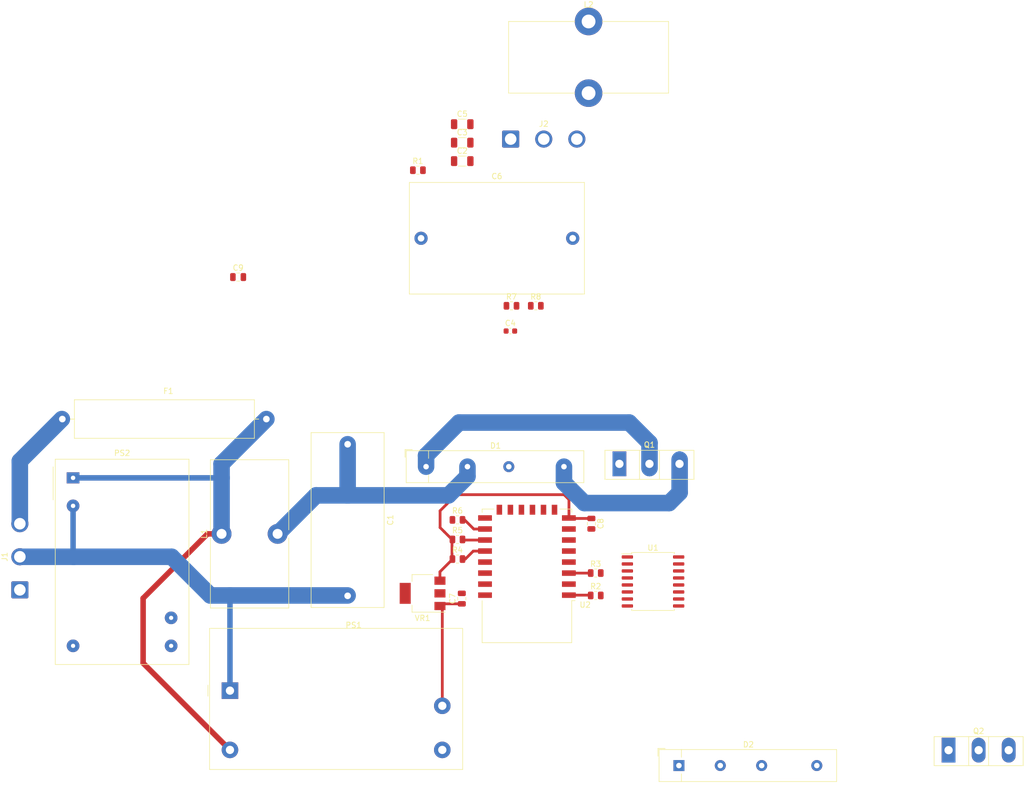
<source format=kicad_pcb>
(kicad_pcb (version 20171130) (host pcbnew "(5.1.7)-1")

  (general
    (thickness 1.6)
    (drawings 0)
    (tracks 62)
    (zones 0)
    (modules 31)
    (nets 43)
  )

  (page A4)
  (layers
    (0 F.Cu signal)
    (31 B.Cu signal)
    (32 B.Adhes user)
    (33 F.Adhes user)
    (34 B.Paste user)
    (35 F.Paste user)
    (36 B.SilkS user)
    (37 F.SilkS user)
    (38 B.Mask user)
    (39 F.Mask user)
    (40 Dwgs.User user)
    (41 Cmts.User user)
    (42 Eco1.User user)
    (43 Eco2.User user)
    (44 Edge.Cuts user)
    (45 Margin user)
    (46 B.CrtYd user)
    (47 F.CrtYd user)
    (48 B.Fab user)
    (49 F.Fab user)
  )

  (setup
    (last_trace_width 0.5)
    (user_trace_width 0.5)
    (user_trace_width 1)
    (user_trace_width 3)
    (trace_clearance 0.2)
    (zone_clearance 0.508)
    (zone_45_only no)
    (trace_min 0.2)
    (via_size 0.8)
    (via_drill 0.4)
    (via_min_size 0.4)
    (via_min_drill 0.3)
    (uvia_size 0.3)
    (uvia_drill 0.1)
    (uvias_allowed no)
    (uvia_min_size 0.2)
    (uvia_min_drill 0.1)
    (edge_width 0.05)
    (segment_width 0.2)
    (pcb_text_width 0.3)
    (pcb_text_size 1.5 1.5)
    (mod_edge_width 0.12)
    (mod_text_size 1 1)
    (mod_text_width 0.15)
    (pad_size 1.524 1.524)
    (pad_drill 0.762)
    (pad_to_mask_clearance 0)
    (aux_axis_origin 0 0)
    (visible_elements 7FFFF7FF)
    (pcbplotparams
      (layerselection 0x010fc_ffffffff)
      (usegerberextensions false)
      (usegerberattributes true)
      (usegerberadvancedattributes true)
      (creategerberjobfile true)
      (excludeedgelayer true)
      (linewidth 0.100000)
      (plotframeref false)
      (viasonmask false)
      (mode 1)
      (useauxorigin false)
      (hpglpennumber 1)
      (hpglpenspeed 20)
      (hpglpendiameter 15.000000)
      (psnegative false)
      (psa4output false)
      (plotreference true)
      (plotvalue true)
      (plotinvisibletext false)
      (padsonsilk false)
      (subtractmaskfromsilk false)
      (outputformat 1)
      (mirror false)
      (drillshape 1)
      (scaleselection 1)
      (outputdirectory ""))
  )

  (net 0 "")
  (net 1 "Net-(C1-Pad2)")
  (net 2 "Net-(C1-Pad1)")
  (net 3 VCC)
  (net 4 GND)
  (net 5 "Net-(C3-Pad2)")
  (net 6 "Net-(C3-Pad1)")
  (net 7 "Net-(C4-Pad1)")
  (net 8 "Net-(C5-Pad1)")
  (net 9 "Net-(C6-Pad1)")
  (net 10 "Net-(C8-Pad1)")
  (net 11 "Net-(D1-Pad1)")
  (net 12 "Net-(D2-Pad1)")
  (net 13 "Net-(F1-Pad2)")
  (net 14 "Net-(F1-Pad1)")
  (net 15 "Net-(J1-Pad1)")
  (net 16 "Net-(PS2-Pad5)")
  (net 17 "Net-(Q1-Pad1)")
  (net 18 "Net-(Q2-Pad1)")
  (net 19 "Net-(R2-Pad1)")
  (net 20 "Net-(R3-Pad1)")
  (net 21 "Net-(R4-Pad2)")
  (net 22 "Net-(R5-Pad2)")
  (net 23 "Net-(R6-Pad2)")
  (net 24 "Net-(R7-Pad2)")
  (net 25 "Net-(R8-Pad2)")
  (net 26 "Net-(U1-Pad8)")
  (net 27 dis)
  (net 28 "Net-(U1-Pad3)")
  (net 29 pwm)
  (net 30 "Net-(U2-Pad22)")
  (net 31 "Net-(U2-Pad21)")
  (net 32 "Net-(U2-Pad14)")
  (net 33 "Net-(U2-Pad13)")
  (net 34 "Net-(U2-Pad12)")
  (net 35 "Net-(U2-Pad11)")
  (net 36 "Net-(U2-Pad10)")
  (net 37 "Net-(U2-Pad9)")
  (net 38 "Net-(U2-Pad7)")
  (net 39 "Net-(U2-Pad4)")
  (net 40 "Net-(U2-Pad2)")
  (net 41 "Net-(U2-Pad20)")
  (net 42 "Net-(U2-Pad19)")

  (net_class Default "This is the default net class."
    (clearance 0.2)
    (trace_width 0.25)
    (via_dia 0.8)
    (via_drill 0.4)
    (uvia_dia 0.3)
    (uvia_drill 0.1)
    (add_net GND)
    (add_net "Net-(C1-Pad1)")
    (add_net "Net-(C1-Pad2)")
    (add_net "Net-(C3-Pad1)")
    (add_net "Net-(C3-Pad2)")
    (add_net "Net-(C4-Pad1)")
    (add_net "Net-(C5-Pad1)")
    (add_net "Net-(C6-Pad1)")
    (add_net "Net-(C8-Pad1)")
    (add_net "Net-(D1-Pad1)")
    (add_net "Net-(D2-Pad1)")
    (add_net "Net-(F1-Pad1)")
    (add_net "Net-(F1-Pad2)")
    (add_net "Net-(J1-Pad1)")
    (add_net "Net-(PS2-Pad5)")
    (add_net "Net-(Q1-Pad1)")
    (add_net "Net-(Q2-Pad1)")
    (add_net "Net-(R2-Pad1)")
    (add_net "Net-(R3-Pad1)")
    (add_net "Net-(R4-Pad2)")
    (add_net "Net-(R5-Pad2)")
    (add_net "Net-(R6-Pad2)")
    (add_net "Net-(R7-Pad2)")
    (add_net "Net-(R8-Pad2)")
    (add_net "Net-(U1-Pad3)")
    (add_net "Net-(U1-Pad8)")
    (add_net "Net-(U2-Pad10)")
    (add_net "Net-(U2-Pad11)")
    (add_net "Net-(U2-Pad12)")
    (add_net "Net-(U2-Pad13)")
    (add_net "Net-(U2-Pad14)")
    (add_net "Net-(U2-Pad19)")
    (add_net "Net-(U2-Pad2)")
    (add_net "Net-(U2-Pad20)")
    (add_net "Net-(U2-Pad21)")
    (add_net "Net-(U2-Pad22)")
    (add_net "Net-(U2-Pad4)")
    (add_net "Net-(U2-Pad7)")
    (add_net "Net-(U2-Pad9)")
    (add_net VCC)
    (add_net dis)
    (add_net pwm)
  )

  (module Package_TO_SOT_SMD:SOT-223 (layer F.Cu) (tedit 5A02FF57) (tstamp 5FDA0AD4)
    (at 169.037 99.187 180)
    (descr "module CMS SOT223 4 pins")
    (tags "CMS SOT")
    (path /5FC7AC6F)
    (attr smd)
    (fp_text reference VR1 (at 0 -4.5) (layer F.SilkS)
      (effects (font (size 1 1) (thickness 0.15)))
    )
    (fp_text value UA78M33CDCYR (at 0 4.5) (layer F.Fab)
      (effects (font (size 1 1) (thickness 0.15)))
    )
    (fp_line (start -1.85 -2.3) (end -0.8 -3.35) (layer F.Fab) (width 0.1))
    (fp_line (start 1.91 3.41) (end 1.91 2.15) (layer F.SilkS) (width 0.12))
    (fp_line (start 1.91 -3.41) (end 1.91 -2.15) (layer F.SilkS) (width 0.12))
    (fp_line (start 4.4 -3.6) (end -4.4 -3.6) (layer F.CrtYd) (width 0.05))
    (fp_line (start 4.4 3.6) (end 4.4 -3.6) (layer F.CrtYd) (width 0.05))
    (fp_line (start -4.4 3.6) (end 4.4 3.6) (layer F.CrtYd) (width 0.05))
    (fp_line (start -4.4 -3.6) (end -4.4 3.6) (layer F.CrtYd) (width 0.05))
    (fp_line (start -1.85 -2.3) (end -1.85 3.35) (layer F.Fab) (width 0.1))
    (fp_line (start -1.85 3.41) (end 1.91 3.41) (layer F.SilkS) (width 0.12))
    (fp_line (start -0.8 -3.35) (end 1.85 -3.35) (layer F.Fab) (width 0.1))
    (fp_line (start -4.1 -3.41) (end 1.91 -3.41) (layer F.SilkS) (width 0.12))
    (fp_line (start -1.85 3.35) (end 1.85 3.35) (layer F.Fab) (width 0.1))
    (fp_line (start 1.85 -3.35) (end 1.85 3.35) (layer F.Fab) (width 0.1))
    (fp_text user %R (at 0 0 90) (layer F.Fab)
      (effects (font (size 0.8 0.8) (thickness 0.12)))
    )
    (pad 1 smd rect (at -3.15 -2.3 180) (size 2 1.5) (layers F.Cu F.Paste F.Mask)
      (net 3 VCC))
    (pad 3 smd rect (at -3.15 2.3 180) (size 2 1.5) (layers F.Cu F.Paste F.Mask)
      (net 10 "Net-(C8-Pad1)"))
    (pad 2 smd rect (at -3.15 0 180) (size 2 1.5) (layers F.Cu F.Paste F.Mask)
      (net 4 GND))
    (pad 4 smd rect (at 3.15 0 180) (size 2 3.8) (layers F.Cu F.Paste F.Mask)
      (net 4 GND))
    (model ${KISYS3DMOD}/Package_TO_SOT_SMD.3dshapes/SOT-223.wrl
      (at (xyz 0 0 0))
      (scale (xyz 1 1 1))
      (rotate (xyz 0 0 0))
    )
  )

  (module RF_Module:ESP-12E (layer F.Cu) (tedit 5A030172) (tstamp 5FD9D60A)
    (at 187.96 96.012 180)
    (descr "Wi-Fi Module, http://wiki.ai-thinker.com/_media/esp8266/docs/aithinker_esp_12f_datasheet_en.pdf")
    (tags "Wi-Fi Module")
    (path /5FDF815F)
    (attr smd)
    (fp_text reference U2 (at -10.56 -5.26) (layer F.SilkS)
      (effects (font (size 1 1) (thickness 0.15)))
    )
    (fp_text value ESP-12E (at -0.06 -12.78) (layer F.Fab)
      (effects (font (size 1 1) (thickness 0.15)))
    )
    (fp_line (start -8 -12) (end 8 -12) (layer F.Fab) (width 0.12))
    (fp_line (start 8 -12) (end 8 12) (layer F.Fab) (width 0.12))
    (fp_line (start 8 12) (end -8 12) (layer F.Fab) (width 0.12))
    (fp_line (start -8 12) (end -8 -3) (layer F.Fab) (width 0.12))
    (fp_line (start -8 -3) (end -7.5 -3.5) (layer F.Fab) (width 0.12))
    (fp_line (start -7.5 -3.5) (end -8 -4) (layer F.Fab) (width 0.12))
    (fp_line (start -8 -4) (end -8 -12) (layer F.Fab) (width 0.12))
    (fp_line (start -9.05 -12.2) (end 9.05 -12.2) (layer F.CrtYd) (width 0.05))
    (fp_line (start 9.05 -12.2) (end 9.05 13.1) (layer F.CrtYd) (width 0.05))
    (fp_line (start 9.05 13.1) (end -9.05 13.1) (layer F.CrtYd) (width 0.05))
    (fp_line (start -9.05 13.1) (end -9.05 -12.2) (layer F.CrtYd) (width 0.05))
    (fp_line (start -8.12 -12.12) (end 8.12 -12.12) (layer F.SilkS) (width 0.12))
    (fp_line (start 8.12 -12.12) (end 8.12 -4.5) (layer F.SilkS) (width 0.12))
    (fp_line (start 8.12 11.5) (end 8.12 12.12) (layer F.SilkS) (width 0.12))
    (fp_line (start 8.12 12.12) (end 6 12.12) (layer F.SilkS) (width 0.12))
    (fp_line (start -6 12.12) (end -8.12 12.12) (layer F.SilkS) (width 0.12))
    (fp_line (start -8.12 12.12) (end -8.12 11.5) (layer F.SilkS) (width 0.12))
    (fp_line (start -8.12 -4.5) (end -8.12 -12.12) (layer F.SilkS) (width 0.12))
    (fp_line (start -8.12 -4.5) (end -8.73 -4.5) (layer F.SilkS) (width 0.12))
    (fp_line (start -8.12 -12.12) (end 8.12 -12.12) (layer Dwgs.User) (width 0.12))
    (fp_line (start 8.12 -12.12) (end 8.12 -4.8) (layer Dwgs.User) (width 0.12))
    (fp_line (start 8.12 -4.8) (end -8.12 -4.8) (layer Dwgs.User) (width 0.12))
    (fp_line (start -8.12 -4.8) (end -8.12 -12.12) (layer Dwgs.User) (width 0.12))
    (fp_line (start -8.12 -9.12) (end -5.12 -12.12) (layer Dwgs.User) (width 0.12))
    (fp_line (start -8.12 -6.12) (end -2.12 -12.12) (layer Dwgs.User) (width 0.12))
    (fp_line (start -6.44 -4.8) (end 0.88 -12.12) (layer Dwgs.User) (width 0.12))
    (fp_line (start -3.44 -4.8) (end 3.88 -12.12) (layer Dwgs.User) (width 0.12))
    (fp_line (start -0.44 -4.8) (end 6.88 -12.12) (layer Dwgs.User) (width 0.12))
    (fp_line (start 2.56 -4.8) (end 8.12 -10.36) (layer Dwgs.User) (width 0.12))
    (fp_line (start 5.56 -4.8) (end 8.12 -7.36) (layer Dwgs.User) (width 0.12))
    (fp_text user %R (at 0.49 -0.8) (layer F.Fab)
      (effects (font (size 1 1) (thickness 0.15)))
    )
    (fp_text user "KEEP-OUT ZONE" (at 0.03 -9.55 180) (layer Cmts.User)
      (effects (font (size 1 1) (thickness 0.15)))
    )
    (fp_text user Antenna (at -0.06 -7 180) (layer Cmts.User)
      (effects (font (size 1 1) (thickness 0.15)))
    )
    (pad 22 smd rect (at 7.6 -3.5 180) (size 2.5 1) (layers F.Cu F.Paste F.Mask)
      (net 30 "Net-(U2-Pad22)"))
    (pad 21 smd rect (at 7.6 -1.5 180) (size 2.5 1) (layers F.Cu F.Paste F.Mask)
      (net 31 "Net-(U2-Pad21)"))
    (pad 20 smd rect (at 7.6 0.5 180) (size 2.5 1) (layers F.Cu F.Paste F.Mask)
      (net 41 "Net-(U2-Pad20)"))
    (pad 19 smd rect (at 7.6 2.5 180) (size 2.5 1) (layers F.Cu F.Paste F.Mask)
      (net 42 "Net-(U2-Pad19)"))
    (pad 18 smd rect (at 7.6 4.5 180) (size 2.5 1) (layers F.Cu F.Paste F.Mask)
      (net 21 "Net-(R4-Pad2)"))
    (pad 17 smd rect (at 7.6 6.5 180) (size 2.5 1) (layers F.Cu F.Paste F.Mask)
      (net 22 "Net-(R5-Pad2)"))
    (pad 16 smd rect (at 7.6 8.5 180) (size 2.5 1) (layers F.Cu F.Paste F.Mask)
      (net 23 "Net-(R6-Pad2)"))
    (pad 15 smd rect (at 7.6 10.5 180) (size 2.5 1) (layers F.Cu F.Paste F.Mask)
      (net 4 GND))
    (pad 14 smd rect (at 5 12 180) (size 1 1.8) (layers F.Cu F.Paste F.Mask)
      (net 32 "Net-(U2-Pad14)"))
    (pad 13 smd rect (at 3 12 180) (size 1 1.8) (layers F.Cu F.Paste F.Mask)
      (net 33 "Net-(U2-Pad13)"))
    (pad 12 smd rect (at 1 12 180) (size 1 1.8) (layers F.Cu F.Paste F.Mask)
      (net 34 "Net-(U2-Pad12)"))
    (pad 11 smd rect (at -1 12 180) (size 1 1.8) (layers F.Cu F.Paste F.Mask)
      (net 35 "Net-(U2-Pad11)"))
    (pad 10 smd rect (at -3 12 180) (size 1 1.8) (layers F.Cu F.Paste F.Mask)
      (net 36 "Net-(U2-Pad10)"))
    (pad 9 smd rect (at -5 12 180) (size 1 1.8) (layers F.Cu F.Paste F.Mask)
      (net 37 "Net-(U2-Pad9)"))
    (pad 8 smd rect (at -7.6 10.5 180) (size 2.5 1) (layers F.Cu F.Paste F.Mask)
      (net 10 "Net-(C8-Pad1)"))
    (pad 7 smd rect (at -7.6 8.5 180) (size 2.5 1) (layers F.Cu F.Paste F.Mask)
      (net 38 "Net-(U2-Pad7)"))
    (pad 6 smd rect (at -7.6 6.5 180) (size 2.5 1) (layers F.Cu F.Paste F.Mask)
      (net 29 pwm))
    (pad 5 smd rect (at -7.6 4.5 180) (size 2.5 1) (layers F.Cu F.Paste F.Mask)
      (net 27 dis))
    (pad 4 smd rect (at -7.6 2.5 180) (size 2.5 1) (layers F.Cu F.Paste F.Mask)
      (net 39 "Net-(U2-Pad4)"))
    (pad 3 smd rect (at -7.6 0.5 180) (size 2.5 1) (layers F.Cu F.Paste F.Mask)
      (net 20 "Net-(R3-Pad1)"))
    (pad 2 smd rect (at -7.6 -1.5 180) (size 2.5 1) (layers F.Cu F.Paste F.Mask)
      (net 40 "Net-(U2-Pad2)"))
    (pad 1 smd rect (at -7.6 -3.5 180) (size 2.5 1) (layers F.Cu F.Paste F.Mask)
      (net 19 "Net-(R2-Pad1)"))
    (model ${KISYS3DMOD}/RF_Module.3dshapes/ESP-12E.wrl
      (at (xyz 0 0 0))
      (scale (xyz 1 1 1))
      (rotate (xyz 0 0 0))
    )
  )

  (module Package_SO:SOIC-16W_7.5x10.3mm_P1.27mm (layer F.Cu) (tedit 5D9F72B1) (tstamp 5FD966DE)
    (at 210.82 97.028)
    (descr "SOIC, 16 Pin (JEDEC MS-013AA, https://www.analog.com/media/en/package-pcb-resources/package/pkg_pdf/soic_wide-rw/rw_16.pdf), generated with kicad-footprint-generator ipc_gullwing_generator.py")
    (tags "SOIC SO")
    (path /5FC6D82F)
    (attr smd)
    (fp_text reference U1 (at 0 -6.1) (layer F.SilkS)
      (effects (font (size 1 1) (thickness 0.15)))
    )
    (fp_text value UCC20520 (at 0 6.1) (layer F.Fab)
      (effects (font (size 1 1) (thickness 0.15)))
    )
    (fp_line (start 0 5.26) (end 3.86 5.26) (layer F.SilkS) (width 0.12))
    (fp_line (start 3.86 5.26) (end 3.86 5.005) (layer F.SilkS) (width 0.12))
    (fp_line (start 0 5.26) (end -3.86 5.26) (layer F.SilkS) (width 0.12))
    (fp_line (start -3.86 5.26) (end -3.86 5.005) (layer F.SilkS) (width 0.12))
    (fp_line (start 0 -5.26) (end 3.86 -5.26) (layer F.SilkS) (width 0.12))
    (fp_line (start 3.86 -5.26) (end 3.86 -5.005) (layer F.SilkS) (width 0.12))
    (fp_line (start 0 -5.26) (end -3.86 -5.26) (layer F.SilkS) (width 0.12))
    (fp_line (start -3.86 -5.26) (end -3.86 -5.005) (layer F.SilkS) (width 0.12))
    (fp_line (start -3.86 -5.005) (end -5.675 -5.005) (layer F.SilkS) (width 0.12))
    (fp_line (start -2.75 -5.15) (end 3.75 -5.15) (layer F.Fab) (width 0.1))
    (fp_line (start 3.75 -5.15) (end 3.75 5.15) (layer F.Fab) (width 0.1))
    (fp_line (start 3.75 5.15) (end -3.75 5.15) (layer F.Fab) (width 0.1))
    (fp_line (start -3.75 5.15) (end -3.75 -4.15) (layer F.Fab) (width 0.1))
    (fp_line (start -3.75 -4.15) (end -2.75 -5.15) (layer F.Fab) (width 0.1))
    (fp_line (start -5.93 -5.4) (end -5.93 5.4) (layer F.CrtYd) (width 0.05))
    (fp_line (start -5.93 5.4) (end 5.93 5.4) (layer F.CrtYd) (width 0.05))
    (fp_line (start 5.93 5.4) (end 5.93 -5.4) (layer F.CrtYd) (width 0.05))
    (fp_line (start 5.93 -5.4) (end -5.93 -5.4) (layer F.CrtYd) (width 0.05))
    (fp_text user %R (at 0 0) (layer F.Fab)
      (effects (font (size 1 1) (thickness 0.15)))
    )
    (pad 16 smd roundrect (at 4.65 -4.445) (size 2.05 0.6) (layers F.Cu F.Paste F.Mask) (roundrect_rratio 0.25)
      (net 3 VCC))
    (pad 15 smd roundrect (at 4.65 -3.175) (size 2.05 0.6) (layers F.Cu F.Paste F.Mask) (roundrect_rratio 0.25)
      (net 24 "Net-(R7-Pad2)"))
    (pad 14 smd roundrect (at 4.65 -1.905) (size 2.05 0.6) (layers F.Cu F.Paste F.Mask) (roundrect_rratio 0.25)
      (net 4 GND))
    (pad 13 smd roundrect (at 4.65 -0.635) (size 2.05 0.6) (layers F.Cu F.Paste F.Mask) (roundrect_rratio 0.25))
    (pad 12 smd roundrect (at 4.65 0.635) (size 2.05 0.6) (layers F.Cu F.Paste F.Mask) (roundrect_rratio 0.25))
    (pad 11 smd roundrect (at 4.65 1.905) (size 2.05 0.6) (layers F.Cu F.Paste F.Mask) (roundrect_rratio 0.25)
      (net 5 "Net-(C3-Pad2)"))
    (pad 10 smd roundrect (at 4.65 3.175) (size 2.05 0.6) (layers F.Cu F.Paste F.Mask) (roundrect_rratio 0.25)
      (net 25 "Net-(R8-Pad2)"))
    (pad 9 smd roundrect (at 4.65 4.445) (size 2.05 0.6) (layers F.Cu F.Paste F.Mask) (roundrect_rratio 0.25)
      (net 6 "Net-(C3-Pad1)"))
    (pad 8 smd roundrect (at -4.65 4.445) (size 2.05 0.6) (layers F.Cu F.Paste F.Mask) (roundrect_rratio 0.25)
      (net 26 "Net-(U1-Pad8)"))
    (pad 7 smd roundrect (at -4.65 3.175) (size 2.05 0.6) (layers F.Cu F.Paste F.Mask) (roundrect_rratio 0.25))
    (pad 6 smd roundrect (at -4.65 1.905) (size 2.05 0.6) (layers F.Cu F.Paste F.Mask) (roundrect_rratio 0.25)
      (net 7 "Net-(C4-Pad1)"))
    (pad 5 smd roundrect (at -4.65 0.635) (size 2.05 0.6) (layers F.Cu F.Paste F.Mask) (roundrect_rratio 0.25)
      (net 27 dis))
    (pad 4 smd roundrect (at -4.65 -0.635) (size 2.05 0.6) (layers F.Cu F.Paste F.Mask) (roundrect_rratio 0.25)
      (net 4 GND))
    (pad 3 smd roundrect (at -4.65 -1.905) (size 2.05 0.6) (layers F.Cu F.Paste F.Mask) (roundrect_rratio 0.25)
      (net 28 "Net-(U1-Pad3)"))
    (pad 2 smd roundrect (at -4.65 -3.175) (size 2.05 0.6) (layers F.Cu F.Paste F.Mask) (roundrect_rratio 0.25))
    (pad 1 smd roundrect (at -4.65 -4.445) (size 2.05 0.6) (layers F.Cu F.Paste F.Mask) (roundrect_rratio 0.25)
      (net 29 pwm))
    (model ${KISYS3DMOD}/Package_SO.3dshapes/SOIC-16W_7.5x10.3mm_P1.27mm.wrl
      (at (xyz 0 0 0))
      (scale (xyz 1 1 1))
      (rotate (xyz 0 0 0))
    )
  )

  (module Resistor_SMD:R_0805_2012Metric (layer F.Cu) (tedit 5F68FEEE) (tstamp 5FDA0028)
    (at 189.568 47.012)
    (descr "Resistor SMD 0805 (2012 Metric), square (rectangular) end terminal, IPC_7351 nominal, (Body size source: IPC-SM-782 page 72, https://www.pcb-3d.com/wordpress/wp-content/uploads/ipc-sm-782a_amendment_1_and_2.pdf), generated with kicad-footprint-generator")
    (tags resistor)
    (path /5FD31B9E)
    (attr smd)
    (fp_text reference R8 (at 0 -1.65) (layer F.SilkS)
      (effects (font (size 1 1) (thickness 0.15)))
    )
    (fp_text value 0 (at 0 1.65) (layer F.Fab)
      (effects (font (size 1 1) (thickness 0.15)))
    )
    (fp_line (start -1 0.625) (end -1 -0.625) (layer F.Fab) (width 0.1))
    (fp_line (start -1 -0.625) (end 1 -0.625) (layer F.Fab) (width 0.1))
    (fp_line (start 1 -0.625) (end 1 0.625) (layer F.Fab) (width 0.1))
    (fp_line (start 1 0.625) (end -1 0.625) (layer F.Fab) (width 0.1))
    (fp_line (start -0.227064 -0.735) (end 0.227064 -0.735) (layer F.SilkS) (width 0.12))
    (fp_line (start -0.227064 0.735) (end 0.227064 0.735) (layer F.SilkS) (width 0.12))
    (fp_line (start -1.68 0.95) (end -1.68 -0.95) (layer F.CrtYd) (width 0.05))
    (fp_line (start -1.68 -0.95) (end 1.68 -0.95) (layer F.CrtYd) (width 0.05))
    (fp_line (start 1.68 -0.95) (end 1.68 0.95) (layer F.CrtYd) (width 0.05))
    (fp_line (start 1.68 0.95) (end -1.68 0.95) (layer F.CrtYd) (width 0.05))
    (fp_text user %R (at 0 0) (layer F.Fab)
      (effects (font (size 0.5 0.5) (thickness 0.08)))
    )
    (pad 2 smd roundrect (at 0.9125 0) (size 1.025 1.4) (layers F.Cu F.Paste F.Mask) (roundrect_rratio 0.243902)
      (net 25 "Net-(R8-Pad2)"))
    (pad 1 smd roundrect (at -0.9125 0) (size 1.025 1.4) (layers F.Cu F.Paste F.Mask) (roundrect_rratio 0.243902)
      (net 18 "Net-(Q2-Pad1)"))
    (model ${KISYS3DMOD}/Resistor_SMD.3dshapes/R_0805_2012Metric.wrl
      (at (xyz 0 0 0))
      (scale (xyz 1 1 1))
      (rotate (xyz 0 0 0))
    )
  )

  (module Resistor_SMD:R_0805_2012Metric (layer F.Cu) (tedit 5F68FEEE) (tstamp 5FD966A6)
    (at 185.158 47.012)
    (descr "Resistor SMD 0805 (2012 Metric), square (rectangular) end terminal, IPC_7351 nominal, (Body size source: IPC-SM-782 page 72, https://www.pcb-3d.com/wordpress/wp-content/uploads/ipc-sm-782a_amendment_1_and_2.pdf), generated with kicad-footprint-generator")
    (tags resistor)
    (path /5FD20FD6)
    (attr smd)
    (fp_text reference R7 (at 0 -1.65) (layer F.SilkS)
      (effects (font (size 1 1) (thickness 0.15)))
    )
    (fp_text value 0 (at 0 1.65) (layer F.Fab)
      (effects (font (size 1 1) (thickness 0.15)))
    )
    (fp_line (start -1 0.625) (end -1 -0.625) (layer F.Fab) (width 0.1))
    (fp_line (start -1 -0.625) (end 1 -0.625) (layer F.Fab) (width 0.1))
    (fp_line (start 1 -0.625) (end 1 0.625) (layer F.Fab) (width 0.1))
    (fp_line (start 1 0.625) (end -1 0.625) (layer F.Fab) (width 0.1))
    (fp_line (start -0.227064 -0.735) (end 0.227064 -0.735) (layer F.SilkS) (width 0.12))
    (fp_line (start -0.227064 0.735) (end 0.227064 0.735) (layer F.SilkS) (width 0.12))
    (fp_line (start -1.68 0.95) (end -1.68 -0.95) (layer F.CrtYd) (width 0.05))
    (fp_line (start -1.68 -0.95) (end 1.68 -0.95) (layer F.CrtYd) (width 0.05))
    (fp_line (start 1.68 -0.95) (end 1.68 0.95) (layer F.CrtYd) (width 0.05))
    (fp_line (start 1.68 0.95) (end -1.68 0.95) (layer F.CrtYd) (width 0.05))
    (fp_text user %R (at 0 0) (layer F.Fab)
      (effects (font (size 0.5 0.5) (thickness 0.08)))
    )
    (pad 2 smd roundrect (at 0.9125 0) (size 1.025 1.4) (layers F.Cu F.Paste F.Mask) (roundrect_rratio 0.243902)
      (net 24 "Net-(R7-Pad2)"))
    (pad 1 smd roundrect (at -0.9125 0) (size 1.025 1.4) (layers F.Cu F.Paste F.Mask) (roundrect_rratio 0.243902)
      (net 17 "Net-(Q1-Pad1)"))
    (model ${KISYS3DMOD}/Resistor_SMD.3dshapes/R_0805_2012Metric.wrl
      (at (xyz 0 0 0))
      (scale (xyz 1 1 1))
      (rotate (xyz 0 0 0))
    )
  )

  (module Resistor_SMD:R_0805_2012Metric (layer F.Cu) (tedit 5F68FEEE) (tstamp 5FD9D2EA)
    (at 175.3635 85.852)
    (descr "Resistor SMD 0805 (2012 Metric), square (rectangular) end terminal, IPC_7351 nominal, (Body size source: IPC-SM-782 page 72, https://www.pcb-3d.com/wordpress/wp-content/uploads/ipc-sm-782a_amendment_1_and_2.pdf), generated with kicad-footprint-generator")
    (tags resistor)
    (path /5FE182F5)
    (attr smd)
    (fp_text reference R6 (at 0 -1.65) (layer F.SilkS)
      (effects (font (size 1 1) (thickness 0.15)))
    )
    (fp_text value 3.3k (at 0 1.65) (layer F.Fab)
      (effects (font (size 1 1) (thickness 0.15)))
    )
    (fp_line (start -1 0.625) (end -1 -0.625) (layer F.Fab) (width 0.1))
    (fp_line (start -1 -0.625) (end 1 -0.625) (layer F.Fab) (width 0.1))
    (fp_line (start 1 -0.625) (end 1 0.625) (layer F.Fab) (width 0.1))
    (fp_line (start 1 0.625) (end -1 0.625) (layer F.Fab) (width 0.1))
    (fp_line (start -0.227064 -0.735) (end 0.227064 -0.735) (layer F.SilkS) (width 0.12))
    (fp_line (start -0.227064 0.735) (end 0.227064 0.735) (layer F.SilkS) (width 0.12))
    (fp_line (start -1.68 0.95) (end -1.68 -0.95) (layer F.CrtYd) (width 0.05))
    (fp_line (start -1.68 -0.95) (end 1.68 -0.95) (layer F.CrtYd) (width 0.05))
    (fp_line (start 1.68 -0.95) (end 1.68 0.95) (layer F.CrtYd) (width 0.05))
    (fp_line (start 1.68 0.95) (end -1.68 0.95) (layer F.CrtYd) (width 0.05))
    (fp_text user %R (at 0 0) (layer F.Fab)
      (effects (font (size 0.5 0.5) (thickness 0.08)))
    )
    (pad 2 smd roundrect (at 0.9125 0) (size 1.025 1.4) (layers F.Cu F.Paste F.Mask) (roundrect_rratio 0.243902)
      (net 23 "Net-(R6-Pad2)"))
    (pad 1 smd roundrect (at -0.9125 0) (size 1.025 1.4) (layers F.Cu F.Paste F.Mask) (roundrect_rratio 0.243902)
      (net 4 GND))
    (model ${KISYS3DMOD}/Resistor_SMD.3dshapes/R_0805_2012Metric.wrl
      (at (xyz 0 0 0))
      (scale (xyz 1 1 1))
      (rotate (xyz 0 0 0))
    )
  )

  (module Resistor_SMD:R_0805_2012Metric (layer F.Cu) (tedit 5F68FEEE) (tstamp 5FD96684)
    (at 175.3635 89.408)
    (descr "Resistor SMD 0805 (2012 Metric), square (rectangular) end terminal, IPC_7351 nominal, (Body size source: IPC-SM-782 page 72, https://www.pcb-3d.com/wordpress/wp-content/uploads/ipc-sm-782a_amendment_1_and_2.pdf), generated with kicad-footprint-generator")
    (tags resistor)
    (path /5FE040BF)
    (attr smd)
    (fp_text reference R5 (at 0 -1.65) (layer F.SilkS)
      (effects (font (size 1 1) (thickness 0.15)))
    )
    (fp_text value 3.3k (at 0 1.65) (layer F.Fab)
      (effects (font (size 1 1) (thickness 0.15)))
    )
    (fp_line (start -1 0.625) (end -1 -0.625) (layer F.Fab) (width 0.1))
    (fp_line (start -1 -0.625) (end 1 -0.625) (layer F.Fab) (width 0.1))
    (fp_line (start 1 -0.625) (end 1 0.625) (layer F.Fab) (width 0.1))
    (fp_line (start 1 0.625) (end -1 0.625) (layer F.Fab) (width 0.1))
    (fp_line (start -0.227064 -0.735) (end 0.227064 -0.735) (layer F.SilkS) (width 0.12))
    (fp_line (start -0.227064 0.735) (end 0.227064 0.735) (layer F.SilkS) (width 0.12))
    (fp_line (start -1.68 0.95) (end -1.68 -0.95) (layer F.CrtYd) (width 0.05))
    (fp_line (start -1.68 -0.95) (end 1.68 -0.95) (layer F.CrtYd) (width 0.05))
    (fp_line (start 1.68 -0.95) (end 1.68 0.95) (layer F.CrtYd) (width 0.05))
    (fp_line (start 1.68 0.95) (end -1.68 0.95) (layer F.CrtYd) (width 0.05))
    (fp_text user %R (at 0 0) (layer F.Fab)
      (effects (font (size 0.5 0.5) (thickness 0.08)))
    )
    (pad 2 smd roundrect (at 0.9125 0) (size 1.025 1.4) (layers F.Cu F.Paste F.Mask) (roundrect_rratio 0.243902)
      (net 22 "Net-(R5-Pad2)"))
    (pad 1 smd roundrect (at -0.9125 0) (size 1.025 1.4) (layers F.Cu F.Paste F.Mask) (roundrect_rratio 0.243902)
      (net 10 "Net-(C8-Pad1)"))
    (model ${KISYS3DMOD}/Resistor_SMD.3dshapes/R_0805_2012Metric.wrl
      (at (xyz 0 0 0))
      (scale (xyz 1 1 1))
      (rotate (xyz 0 0 0))
    )
  )

  (module Resistor_SMD:R_0805_2012Metric (layer F.Cu) (tedit 5F68FEEE) (tstamp 5FD96673)
    (at 175.3635 92.964)
    (descr "Resistor SMD 0805 (2012 Metric), square (rectangular) end terminal, IPC_7351 nominal, (Body size source: IPC-SM-782 page 72, https://www.pcb-3d.com/wordpress/wp-content/uploads/ipc-sm-782a_amendment_1_and_2.pdf), generated with kicad-footprint-generator")
    (tags resistor)
    (path /5FE03AE4)
    (attr smd)
    (fp_text reference R4 (at 0 -1.65) (layer F.SilkS)
      (effects (font (size 1 1) (thickness 0.15)))
    )
    (fp_text value 3.3k (at 0 1.65) (layer F.Fab)
      (effects (font (size 1 1) (thickness 0.15)))
    )
    (fp_line (start -1 0.625) (end -1 -0.625) (layer F.Fab) (width 0.1))
    (fp_line (start -1 -0.625) (end 1 -0.625) (layer F.Fab) (width 0.1))
    (fp_line (start 1 -0.625) (end 1 0.625) (layer F.Fab) (width 0.1))
    (fp_line (start 1 0.625) (end -1 0.625) (layer F.Fab) (width 0.1))
    (fp_line (start -0.227064 -0.735) (end 0.227064 -0.735) (layer F.SilkS) (width 0.12))
    (fp_line (start -0.227064 0.735) (end 0.227064 0.735) (layer F.SilkS) (width 0.12))
    (fp_line (start -1.68 0.95) (end -1.68 -0.95) (layer F.CrtYd) (width 0.05))
    (fp_line (start -1.68 -0.95) (end 1.68 -0.95) (layer F.CrtYd) (width 0.05))
    (fp_line (start 1.68 -0.95) (end 1.68 0.95) (layer F.CrtYd) (width 0.05))
    (fp_line (start 1.68 0.95) (end -1.68 0.95) (layer F.CrtYd) (width 0.05))
    (fp_text user %R (at 0 0) (layer F.Fab)
      (effects (font (size 0.5 0.5) (thickness 0.08)))
    )
    (pad 2 smd roundrect (at 0.9125 0) (size 1.025 1.4) (layers F.Cu F.Paste F.Mask) (roundrect_rratio 0.243902)
      (net 21 "Net-(R4-Pad2)"))
    (pad 1 smd roundrect (at -0.9125 0) (size 1.025 1.4) (layers F.Cu F.Paste F.Mask) (roundrect_rratio 0.243902)
      (net 10 "Net-(C8-Pad1)"))
    (model ${KISYS3DMOD}/Resistor_SMD.3dshapes/R_0805_2012Metric.wrl
      (at (xyz 0 0 0))
      (scale (xyz 1 1 1))
      (rotate (xyz 0 0 0))
    )
  )

  (module Resistor_SMD:R_0805_2012Metric (layer F.Cu) (tedit 5F68FEEE) (tstamp 5FD96662)
    (at 200.4295 95.504)
    (descr "Resistor SMD 0805 (2012 Metric), square (rectangular) end terminal, IPC_7351 nominal, (Body size source: IPC-SM-782 page 72, https://www.pcb-3d.com/wordpress/wp-content/uploads/ipc-sm-782a_amendment_1_and_2.pdf), generated with kicad-footprint-generator")
    (tags resistor)
    (path /5FE02CAC)
    (attr smd)
    (fp_text reference R3 (at 0 -1.65) (layer F.SilkS)
      (effects (font (size 1 1) (thickness 0.15)))
    )
    (fp_text value 3.3k (at 0 1.65) (layer F.Fab)
      (effects (font (size 1 1) (thickness 0.15)))
    )
    (fp_line (start -1 0.625) (end -1 -0.625) (layer F.Fab) (width 0.1))
    (fp_line (start -1 -0.625) (end 1 -0.625) (layer F.Fab) (width 0.1))
    (fp_line (start 1 -0.625) (end 1 0.625) (layer F.Fab) (width 0.1))
    (fp_line (start 1 0.625) (end -1 0.625) (layer F.Fab) (width 0.1))
    (fp_line (start -0.227064 -0.735) (end 0.227064 -0.735) (layer F.SilkS) (width 0.12))
    (fp_line (start -0.227064 0.735) (end 0.227064 0.735) (layer F.SilkS) (width 0.12))
    (fp_line (start -1.68 0.95) (end -1.68 -0.95) (layer F.CrtYd) (width 0.05))
    (fp_line (start -1.68 -0.95) (end 1.68 -0.95) (layer F.CrtYd) (width 0.05))
    (fp_line (start 1.68 -0.95) (end 1.68 0.95) (layer F.CrtYd) (width 0.05))
    (fp_line (start 1.68 0.95) (end -1.68 0.95) (layer F.CrtYd) (width 0.05))
    (fp_text user %R (at 0 0) (layer F.Fab)
      (effects (font (size 0.5 0.5) (thickness 0.08)))
    )
    (pad 2 smd roundrect (at 0.9125 0) (size 1.025 1.4) (layers F.Cu F.Paste F.Mask) (roundrect_rratio 0.243902)
      (net 10 "Net-(C8-Pad1)"))
    (pad 1 smd roundrect (at -0.9125 0) (size 1.025 1.4) (layers F.Cu F.Paste F.Mask) (roundrect_rratio 0.243902)
      (net 20 "Net-(R3-Pad1)"))
    (model ${KISYS3DMOD}/Resistor_SMD.3dshapes/R_0805_2012Metric.wrl
      (at (xyz 0 0 0))
      (scale (xyz 1 1 1))
      (rotate (xyz 0 0 0))
    )
  )

  (module Resistor_SMD:R_0805_2012Metric (layer F.Cu) (tedit 5F68FEEE) (tstamp 5FD9A83B)
    (at 200.4295 99.568)
    (descr "Resistor SMD 0805 (2012 Metric), square (rectangular) end terminal, IPC_7351 nominal, (Body size source: IPC-SM-782 page 72, https://www.pcb-3d.com/wordpress/wp-content/uploads/ipc-sm-782a_amendment_1_and_2.pdf), generated with kicad-footprint-generator")
    (tags resistor)
    (path /5FDF9830)
    (attr smd)
    (fp_text reference R2 (at 0 -1.65) (layer F.SilkS)
      (effects (font (size 1 1) (thickness 0.15)))
    )
    (fp_text value 3.3k (at 0 1.65) (layer F.Fab)
      (effects (font (size 1 1) (thickness 0.15)))
    )
    (fp_line (start -1 0.625) (end -1 -0.625) (layer F.Fab) (width 0.1))
    (fp_line (start -1 -0.625) (end 1 -0.625) (layer F.Fab) (width 0.1))
    (fp_line (start 1 -0.625) (end 1 0.625) (layer F.Fab) (width 0.1))
    (fp_line (start 1 0.625) (end -1 0.625) (layer F.Fab) (width 0.1))
    (fp_line (start -0.227064 -0.735) (end 0.227064 -0.735) (layer F.SilkS) (width 0.12))
    (fp_line (start -0.227064 0.735) (end 0.227064 0.735) (layer F.SilkS) (width 0.12))
    (fp_line (start -1.68 0.95) (end -1.68 -0.95) (layer F.CrtYd) (width 0.05))
    (fp_line (start -1.68 -0.95) (end 1.68 -0.95) (layer F.CrtYd) (width 0.05))
    (fp_line (start 1.68 -0.95) (end 1.68 0.95) (layer F.CrtYd) (width 0.05))
    (fp_line (start 1.68 0.95) (end -1.68 0.95) (layer F.CrtYd) (width 0.05))
    (fp_text user %R (at 0 0) (layer F.Fab)
      (effects (font (size 0.5 0.5) (thickness 0.08)))
    )
    (pad 2 smd roundrect (at 0.9125 0) (size 1.025 1.4) (layers F.Cu F.Paste F.Mask) (roundrect_rratio 0.243902)
      (net 10 "Net-(C8-Pad1)"))
    (pad 1 smd roundrect (at -0.9125 0) (size 1.025 1.4) (layers F.Cu F.Paste F.Mask) (roundrect_rratio 0.243902)
      (net 19 "Net-(R2-Pad1)"))
    (model ${KISYS3DMOD}/Resistor_SMD.3dshapes/R_0805_2012Metric.wrl
      (at (xyz 0 0 0))
      (scale (xyz 1 1 1))
      (rotate (xyz 0 0 0))
    )
  )

  (module Resistor_SMD:R_0805_2012Metric (layer F.Cu) (tedit 5F68FEEE) (tstamp 5FD96640)
    (at 168.188 22.412)
    (descr "Resistor SMD 0805 (2012 Metric), square (rectangular) end terminal, IPC_7351 nominal, (Body size source: IPC-SM-782 page 72, https://www.pcb-3d.com/wordpress/wp-content/uploads/ipc-sm-782a_amendment_1_and_2.pdf), generated with kicad-footprint-generator")
    (tags resistor)
    (path /5FC9FE98)
    (attr smd)
    (fp_text reference R1 (at 0 -1.65) (layer F.SilkS)
      (effects (font (size 1 1) (thickness 0.15)))
    )
    (fp_text value 5.1k (at 0 1.65) (layer F.Fab)
      (effects (font (size 1 1) (thickness 0.15)))
    )
    (fp_line (start -1 0.625) (end -1 -0.625) (layer F.Fab) (width 0.1))
    (fp_line (start -1 -0.625) (end 1 -0.625) (layer F.Fab) (width 0.1))
    (fp_line (start 1 -0.625) (end 1 0.625) (layer F.Fab) (width 0.1))
    (fp_line (start 1 0.625) (end -1 0.625) (layer F.Fab) (width 0.1))
    (fp_line (start -0.227064 -0.735) (end 0.227064 -0.735) (layer F.SilkS) (width 0.12))
    (fp_line (start -0.227064 0.735) (end 0.227064 0.735) (layer F.SilkS) (width 0.12))
    (fp_line (start -1.68 0.95) (end -1.68 -0.95) (layer F.CrtYd) (width 0.05))
    (fp_line (start -1.68 -0.95) (end 1.68 -0.95) (layer F.CrtYd) (width 0.05))
    (fp_line (start 1.68 -0.95) (end 1.68 0.95) (layer F.CrtYd) (width 0.05))
    (fp_line (start 1.68 0.95) (end -1.68 0.95) (layer F.CrtYd) (width 0.05))
    (fp_text user %R (at 0 0) (layer F.Fab)
      (effects (font (size 0.5 0.5) (thickness 0.08)))
    )
    (pad 2 smd roundrect (at 0.9125 0) (size 1.025 1.4) (layers F.Cu F.Paste F.Mask) (roundrect_rratio 0.243902)
      (net 4 GND))
    (pad 1 smd roundrect (at -0.9125 0) (size 1.025 1.4) (layers F.Cu F.Paste F.Mask) (roundrect_rratio 0.243902)
      (net 7 "Net-(C4-Pad1)"))
    (model ${KISYS3DMOD}/Resistor_SMD.3dshapes/R_0805_2012Metric.wrl
      (at (xyz 0 0 0))
      (scale (xyz 1 1 1))
      (rotate (xyz 0 0 0))
    )
  )

  (module Package_TO_SOT_THT:TO-247-3_Vertical (layer F.Cu) (tedit 5AC86DC3) (tstamp 5FD9662F)
    (at 264.414 127.635)
    (descr "TO-247-3, Vertical, RM 5.45mm, see https://toshiba.semicon-storage.com/us/product/mosfet/to-247-4l.html")
    (tags "TO-247-3 Vertical RM 5.45mm")
    (path /5FCDDC28)
    (fp_text reference Q2 (at 5.45 -3.45) (layer F.SilkS)
      (effects (font (size 1 1) (thickness 0.15)))
    )
    (fp_text value IPW60R037P7 (at 5.45 3.95) (layer F.Fab)
      (effects (font (size 1 1) (thickness 0.15)))
    )
    (fp_line (start -2.5 -2.33) (end -2.5 2.7) (layer F.Fab) (width 0.1))
    (fp_line (start -2.5 2.7) (end 13.4 2.7) (layer F.Fab) (width 0.1))
    (fp_line (start 13.4 2.7) (end 13.4 -2.33) (layer F.Fab) (width 0.1))
    (fp_line (start 13.4 -2.33) (end -2.5 -2.33) (layer F.Fab) (width 0.1))
    (fp_line (start 3.645 -2.33) (end 3.645 2.7) (layer F.Fab) (width 0.1))
    (fp_line (start 7.255 -2.33) (end 7.255 2.7) (layer F.Fab) (width 0.1))
    (fp_line (start -2.62 -2.451) (end 13.52 -2.451) (layer F.SilkS) (width 0.12))
    (fp_line (start -2.62 2.82) (end 13.52 2.82) (layer F.SilkS) (width 0.12))
    (fp_line (start -2.62 -2.451) (end -2.62 2.82) (layer F.SilkS) (width 0.12))
    (fp_line (start 13.52 -2.451) (end 13.52 2.82) (layer F.SilkS) (width 0.12))
    (fp_line (start 3.646 -2.451) (end 3.646 2.82) (layer F.SilkS) (width 0.12))
    (fp_line (start 7.255 -2.451) (end 7.255 2.82) (layer F.SilkS) (width 0.12))
    (fp_line (start -2.75 -2.59) (end -2.75 2.95) (layer F.CrtYd) (width 0.05))
    (fp_line (start -2.75 2.95) (end 13.65 2.95) (layer F.CrtYd) (width 0.05))
    (fp_line (start 13.65 2.95) (end 13.65 -2.59) (layer F.CrtYd) (width 0.05))
    (fp_line (start 13.65 -2.59) (end -2.75 -2.59) (layer F.CrtYd) (width 0.05))
    (fp_text user %R (at 5.45 -3.45) (layer F.Fab)
      (effects (font (size 1 1) (thickness 0.15)))
    )
    (pad 3 thru_hole oval (at 10.9 0) (size 2.5 4.5) (drill 1.5) (layers *.Cu *.Mask)
      (net 6 "Net-(C3-Pad1)"))
    (pad 2 thru_hole oval (at 5.45 0) (size 2.5 4.5) (drill 1.5) (layers *.Cu *.Mask)
      (net 12 "Net-(D2-Pad1)"))
    (pad 1 thru_hole rect (at 0 0) (size 2.5 4.5) (drill 1.5) (layers *.Cu *.Mask)
      (net 18 "Net-(Q2-Pad1)"))
    (model ${KISYS3DMOD}/Package_TO_SOT_THT.3dshapes/TO-247-3_Vertical.wrl
      (at (xyz 0 0 0))
      (scale (xyz 1 1 1))
      (rotate (xyz 0 0 0))
    )
  )

  (module Package_TO_SOT_THT:TO-247-3_Vertical (layer F.Cu) (tedit 5AC86DC3) (tstamp 5FD96617)
    (at 204.724 75.692)
    (descr "TO-247-3, Vertical, RM 5.45mm, see https://toshiba.semicon-storage.com/us/product/mosfet/to-247-4l.html")
    (tags "TO-247-3 Vertical RM 5.45mm")
    (path /5FC70105)
    (fp_text reference Q1 (at 5.45 -3.45) (layer F.SilkS)
      (effects (font (size 1 1) (thickness 0.15)))
    )
    (fp_text value IPW60R037P7 (at 5.45 3.95) (layer F.Fab)
      (effects (font (size 1 1) (thickness 0.15)))
    )
    (fp_line (start -2.5 -2.33) (end -2.5 2.7) (layer F.Fab) (width 0.1))
    (fp_line (start -2.5 2.7) (end 13.4 2.7) (layer F.Fab) (width 0.1))
    (fp_line (start 13.4 2.7) (end 13.4 -2.33) (layer F.Fab) (width 0.1))
    (fp_line (start 13.4 -2.33) (end -2.5 -2.33) (layer F.Fab) (width 0.1))
    (fp_line (start 3.645 -2.33) (end 3.645 2.7) (layer F.Fab) (width 0.1))
    (fp_line (start 7.255 -2.33) (end 7.255 2.7) (layer F.Fab) (width 0.1))
    (fp_line (start -2.62 -2.451) (end 13.52 -2.451) (layer F.SilkS) (width 0.12))
    (fp_line (start -2.62 2.82) (end 13.52 2.82) (layer F.SilkS) (width 0.12))
    (fp_line (start -2.62 -2.451) (end -2.62 2.82) (layer F.SilkS) (width 0.12))
    (fp_line (start 13.52 -2.451) (end 13.52 2.82) (layer F.SilkS) (width 0.12))
    (fp_line (start 3.646 -2.451) (end 3.646 2.82) (layer F.SilkS) (width 0.12))
    (fp_line (start 7.255 -2.451) (end 7.255 2.82) (layer F.SilkS) (width 0.12))
    (fp_line (start -2.75 -2.59) (end -2.75 2.95) (layer F.CrtYd) (width 0.05))
    (fp_line (start -2.75 2.95) (end 13.65 2.95) (layer F.CrtYd) (width 0.05))
    (fp_line (start 13.65 2.95) (end 13.65 -2.59) (layer F.CrtYd) (width 0.05))
    (fp_line (start 13.65 -2.59) (end -2.75 -2.59) (layer F.CrtYd) (width 0.05))
    (fp_text user %R (at 5.45 -3.45) (layer F.Fab)
      (effects (font (size 1 1) (thickness 0.15)))
    )
    (pad 3 thru_hole oval (at 10.9 0) (size 2.5 4.5) (drill 1.5) (layers *.Cu *.Mask)
      (net 4 GND))
    (pad 2 thru_hole oval (at 5.45 0) (size 2.5 4.5) (drill 1.5) (layers *.Cu *.Mask)
      (net 11 "Net-(D1-Pad1)"))
    (pad 1 thru_hole rect (at 0 0) (size 2.5 4.5) (drill 1.5) (layers *.Cu *.Mask)
      (net 17 "Net-(Q1-Pad1)"))
    (model ${KISYS3DMOD}/Package_TO_SOT_THT.3dshapes/TO-247-3_Vertical.wrl
      (at (xyz 0 0 0))
      (scale (xyz 1 1 1))
      (rotate (xyz 0 0 0))
    )
  )

  (module Converter_ACDC:Converter_ACDC_MeanWell_IRM-03-xx_THT (layer F.Cu) (tedit 5C747753) (tstamp 5FD965FF)
    (at 105.664 78.232)
    (descr "ACDC-Converter, 3W, Meanwell, IRM-03, THT, https://www.meanwell.com/Upload/PDF/IRM-03/IRM-03-SPEC.PDF")
    (tags "ACDC-Converter 3W THT")
    (path /5FC89BDD)
    (fp_text reference PS2 (at 8.89 -4.5) (layer F.SilkS)
      (effects (font (size 1 1) (thickness 0.15)))
    )
    (fp_text value IRM-03-12 (at 8.89 16.24) (layer F.Fab)
      (effects (font (size 1 1) (thickness 0.15)))
    )
    (fp_line (start 21.14 -3.51) (end -3.36 -3.51) (layer F.CrtYd) (width 0.05))
    (fp_line (start -3.36 -3.51) (end -3.36 33.99) (layer F.CrtYd) (width 0.05))
    (fp_line (start 21.14 33.99) (end -3.36 33.99) (layer F.CrtYd) (width 0.05))
    (fp_line (start 21.14 -3.51) (end 21.14 33.99) (layer F.CrtYd) (width 0.05))
    (fp_line (start 21.01 -3.38) (end -3.23 -3.38) (layer F.SilkS) (width 0.12))
    (fp_line (start -3.23 33.86) (end 21.01 33.86) (layer F.SilkS) (width 0.12))
    (fp_line (start -3.23 -3.38) (end -3.23 33.86) (layer F.SilkS) (width 0.12))
    (fp_line (start 21.01 -3.38) (end 21.01 33.86) (layer F.SilkS) (width 0.12))
    (fp_line (start 20.89 -3.26) (end 20.89 33.74) (layer F.Fab) (width 0.1))
    (fp_line (start 20.89 33.74) (end -3.11 33.74) (layer F.Fab) (width 0.1))
    (fp_line (start 20.89 -3.26) (end -3.11 -3.26) (layer F.Fab) (width 0.1))
    (fp_line (start -3.11 1) (end -3.11 33.74) (layer F.Fab) (width 0.1))
    (fp_line (start -3.11 -1) (end -3.11 -3.26) (layer F.Fab) (width 0.1))
    (fp_line (start -2.11 0) (end -3.11 -1) (layer F.Fab) (width 0.1))
    (fp_line (start -3.11 1) (end -2.11 0) (layer F.Fab) (width 0.1))
    (fp_line (start -3.61 -2) (end -3.61 4) (layer F.SilkS) (width 0.12))
    (fp_text user %R (at 8.89 14.24) (layer F.Fab)
      (effects (font (size 1 1) (thickness 0.15)))
    )
    (pad 16 thru_hole circle (at 17.78 25.4) (size 2.3 2.3) (drill 0.76) (layers *.Cu *.Mask)
      (net 5 "Net-(C3-Pad2)"))
    (pad 14 thru_hole circle (at 17.78 30.48) (size 2.3 2.3) (drill 0.76) (layers *.Cu *.Mask)
      (net 6 "Net-(C3-Pad1)"))
    (pad 3 thru_hole circle (at 0 5.08) (size 2.3 2.3) (drill 0.8) (layers *.Cu *.Mask)
      (net 1 "Net-(C1-Pad2)"))
    (pad 1 thru_hole rect (at 0 0) (size 2.3 2) (drill 0.8) (layers *.Cu *.Mask)
      (net 14 "Net-(F1-Pad1)"))
    (pad 5 thru_hole circle (at 0 30.48) (size 2.3 2.3) (drill 0.76) (layers *.Cu *.Mask)
      (net 16 "Net-(PS2-Pad5)"))
    (model ${KISYS3DMOD}/Converter_ACDC.3dshapes/Converter_ACDC_MeanWell_IRM-03-xx_THT.wrl
      (at (xyz 0 0 0))
      (scale (xyz 1 1 1))
      (rotate (xyz 0 0 0))
    )
  )

  (module Converter_ACDC:Converter_ACDC_MeanWell_IRM-05-xx_THT (layer F.Cu) (tedit 5AEF7D42) (tstamp 5FD965E5)
    (at 134.112 116.84)
    (descr http://www.meanwell.com/webapp/product/search.aspx?prod=IRM-05)
    (tags "ACDC-Converter 5W   Meanwell IRM-05")
    (path /5FC8814D)
    (fp_text reference PS1 (at 22.42 -11.88) (layer F.SilkS)
      (effects (font (size 1 1) (thickness 0.15)))
    )
    (fp_text value IRM-05-12 (at 21.7 15.6) (layer F.Fab)
      (effects (font (size 1 1) (thickness 0.15)))
    )
    (fp_line (start -4 -1) (end -4 1) (layer F.SilkS) (width 0.12))
    (fp_line (start 42.2 -11.3) (end 42.2 14.3) (layer F.SilkS) (width 0.12))
    (fp_line (start -3.7 -11.3) (end 42.2 -11.3) (layer F.SilkS) (width 0.12))
    (fp_line (start -3.6 14.2) (end 42.1 14.2) (layer F.Fab) (width 0.1))
    (fp_line (start 42.1 -11.2) (end -3.6 -11.2) (layer F.Fab) (width 0.1))
    (fp_line (start -3.85 -11.45) (end -3.85 14.45) (layer F.CrtYd) (width 0.05))
    (fp_line (start -3.6 -11.2) (end -3.6 14.2) (layer F.Fab) (width 0.1))
    (fp_line (start -3.7 14.3) (end 42.2 14.3) (layer F.SilkS) (width 0.12))
    (fp_line (start -3.7 -11.3) (end -3.7 14.3) (layer F.SilkS) (width 0.12))
    (fp_line (start 42.1 -11.2) (end 42.1 14.2) (layer F.Fab) (width 0.1))
    (fp_line (start -3.85 14.45) (end 42.35 14.45) (layer F.CrtYd) (width 0.05))
    (fp_line (start -3.85 -11.45) (end 42.35 -11.45) (layer F.CrtYd) (width 0.05))
    (fp_line (start 42.35 -11.45) (end 42.35 14.45) (layer F.CrtYd) (width 0.05))
    (fp_line (start -2.6 0) (end -3.6 -1) (layer F.Fab) (width 0.1))
    (fp_line (start -2.6 0) (end -3.6 1) (layer F.Fab) (width 0.1))
    (fp_text user %R (at 22.42 0.48) (layer F.Fab)
      (effects (font (size 1 1) (thickness 0.15)))
    )
    (pad 1 thru_hole rect (at 0 0) (size 3 3) (drill 1.5) (layers *.Cu *.Mask)
      (net 1 "Net-(C1-Pad2)"))
    (pad 4 thru_hole circle (at 38.5 2.75) (size 3 3) (drill 1.5) (layers *.Cu *.Mask)
      (net 3 VCC))
    (pad 2 thru_hole circle (at 0 10.75) (size 3 3) (drill 1.5) (layers *.Cu *.Mask)
      (net 14 "Net-(F1-Pad1)"))
    (pad 3 thru_hole circle (at 38.5 10.75) (size 3 3) (drill 1.5) (layers *.Cu *.Mask)
      (net 4 GND))
    (model ${KISYS3DMOD}/Converter_ACDC.3dshapes/Converter_ACDC_MeanWell_IRM-05-xx_THT.wrl
      (at (xyz 0 0 0))
      (scale (xyz 1 1 1))
      (rotate (xyz 0 0 0))
    )
  )

  (module Sine_Dimmer:uxcell_Toroid_100uH_20A (layer F.Cu) (tedit 5FD94D64) (tstamp 5FD965CD)
    (at 199.136 -4.572)
    (descr "Inductor from https://www.amazon.com/dp/B07FK5N39T")
    (tags "uxcell Toroid Inductor 100uH 20A")
    (path /5FD214AB)
    (fp_text reference L2 (at 0 -3.05) (layer F.SilkS)
      (effects (font (size 1 1) (thickness 0.15)))
    )
    (fp_text value 100u (at 0 16) (layer F.Fab)
      (effects (font (size 1 1) (thickness 0.15)))
    )
    (fp_line (start 14.5 0) (end 14.5 13) (layer F.SilkS) (width 0.12))
    (fp_line (start -14.5 13) (end -14.5 0) (layer F.SilkS) (width 0.12))
    (fp_line (start -14.5 0) (end -2.5 0) (layer F.SilkS) (width 0.12))
    (fp_line (start 2.5 0) (end 14.5 0) (layer F.SilkS) (width 0.12))
    (fp_line (start -14.5 13) (end -2.5 13) (layer F.SilkS) (width 0.12))
    (fp_line (start 2.5 13) (end 14.5 13) (layer F.SilkS) (width 0.12))
    (fp_line (start -15.5 -1.5) (end 15.5 -1.5) (layer F.CrtYd) (width 0.12))
    (fp_line (start 15.5 -1.5) (end 15.5 14.5) (layer F.CrtYd) (width 0.12))
    (fp_line (start 15.5 14.5) (end -15.5 14.5) (layer F.CrtYd) (width 0.12))
    (fp_line (start -15.5 14.5) (end -15.5 -1.5) (layer F.CrtYd) (width 0.12))
    (pad 1 thru_hole circle (at 0 0) (size 5 5) (drill 2.5) (layers *.Cu *.Mask)
      (net 8 "Net-(C5-Pad1)"))
    (pad 2 thru_hole circle (at 0 13) (size 5 5) (drill 2.5) (layers *.Cu *.Mask)
      (net 9 "Net-(C6-Pad1)"))
    (model ${KISYS3DMOD}/Inductor_THT.3dshapes/L_Toroid_Vertical_L28.6mm_W14.3mm_P11.43mm_Bourns_5700.wrl
      (at (xyz 0 0 0))
      (scale (xyz 1 1 1))
      (rotate (xyz 0 0 0))
    )
  )

  (module Inductor_THT:L_Toroid_Vertical_L26.7mm_W14.0mm_P10.16mm_Pulse_D (layer F.Cu) (tedit 5AE59B06) (tstamp 5FD965BD)
    (at 132.588 88.392 90)
    (descr "L_Toroid, Vertical series, Radial, pin pitch=10.16mm, , length*width=26.67*13.97mm^2, Pulse, D, http://datasheet.octopart.com/PE-92112KNL-Pulse-datasheet-17853305.pdf")
    (tags "L_Toroid Vertical series Radial pin pitch 10.16mm  length 26.67mm width 13.97mm Pulse D")
    (path /5FD7C15B)
    (fp_text reference L1 (at 0 -3.155 90) (layer F.SilkS)
      (effects (font (size 1 1) (thickness 0.15)))
    )
    (fp_text value 47u (at 0 13.315 90) (layer F.Fab)
      (effects (font (size 1 1) (thickness 0.15)))
    )
    (fp_line (start -13.335 -1.905) (end -13.335 12.065) (layer F.Fab) (width 0.1))
    (fp_line (start -13.335 12.065) (end 13.335 12.065) (layer F.Fab) (width 0.1))
    (fp_line (start 13.335 12.065) (end 13.335 -1.905) (layer F.Fab) (width 0.1))
    (fp_line (start 13.335 -1.905) (end -13.335 -1.905) (layer F.Fab) (width 0.1))
    (fp_line (start -13.335 -1.905) (end -12.0015 12.065) (layer F.Fab) (width 0.1))
    (fp_line (start -10.668 -1.905) (end -9.3345 12.065) (layer F.Fab) (width 0.1))
    (fp_line (start -8.001 -1.905) (end -6.6675 12.065) (layer F.Fab) (width 0.1))
    (fp_line (start -5.334 -1.905) (end -4.0005 12.065) (layer F.Fab) (width 0.1))
    (fp_line (start -2.667 -1.905) (end -1.3335 12.065) (layer F.Fab) (width 0.1))
    (fp_line (start 0 -1.905) (end 1.3335 12.065) (layer F.Fab) (width 0.1))
    (fp_line (start 2.667 -1.905) (end 4.0005 12.065) (layer F.Fab) (width 0.1))
    (fp_line (start 5.334 -1.905) (end 6.6675 12.065) (layer F.Fab) (width 0.1))
    (fp_line (start 8.001 -1.905) (end 9.3345 12.065) (layer F.Fab) (width 0.1))
    (fp_line (start 10.668 -1.905) (end 12.0015 12.065) (layer F.Fab) (width 0.1))
    (fp_line (start -13.455 -2.025) (end -0.725 -2.025) (layer F.SilkS) (width 0.12))
    (fp_line (start 0.725 -2.025) (end 13.455 -2.025) (layer F.SilkS) (width 0.12))
    (fp_line (start -13.455 12.185) (end -0.725 12.185) (layer F.SilkS) (width 0.12))
    (fp_line (start 0.725 12.185) (end 13.455 12.185) (layer F.SilkS) (width 0.12))
    (fp_line (start -13.455 -2.025) (end -13.455 12.185) (layer F.SilkS) (width 0.12))
    (fp_line (start 13.455 -2.025) (end 13.455 12.185) (layer F.SilkS) (width 0.12))
    (fp_line (start -13.59 -2.16) (end -13.59 12.32) (layer F.CrtYd) (width 0.05))
    (fp_line (start -13.59 12.32) (end 13.59 12.32) (layer F.CrtYd) (width 0.05))
    (fp_line (start 13.59 12.32) (end 13.59 -2.16) (layer F.CrtYd) (width 0.05))
    (fp_line (start 13.59 -2.16) (end -13.59 -2.16) (layer F.CrtYd) (width 0.05))
    (fp_text user %R (at 5.08 0 90) (layer F.Fab)
      (effects (font (size 1 1) (thickness 0.15)))
    )
    (pad 2 thru_hole circle (at 0 10.16 90) (size 3.6 3.6) (drill 1.8) (layers *.Cu *.Mask)
      (net 2 "Net-(C1-Pad1)"))
    (pad 1 thru_hole circle (at 0 0 90) (size 3.6 3.6) (drill 1.8) (layers *.Cu *.Mask)
      (net 14 "Net-(F1-Pad1)"))
    (model ${KISYS3DMOD}/Inductor_THT.3dshapes/L_Toroid_Vertical_L26.7mm_W14.0mm_P10.16mm_Pulse_D.wrl
      (at (xyz 0 0 0))
      (scale (xyz 1 1 1))
      (rotate (xyz 0 0 0))
    )
  )

  (module Connector_Wire:SolderWire-1.5sqmm_1x03_P6mm_D1.7mm_OD3mm (layer F.Cu) (tedit 5EB70B43) (tstamp 5FD9659E)
    (at 185.008 16.764)
    (descr "Soldered wire connection, for 3 times 1.5 mm² wires, basic insulation, conductor diameter 1.7mm, outer diameter 3mm, size source Multi-Contact FLEXI-E 1.5 (https://ec.staubli.com/AcroFiles/Catalogues/TM_Cab-Main-11014119_(en)_hi.pdf), bend radius 3 times outer diameter, generated with kicad-footprint-generator")
    (tags "connector wire 1.5sqmm")
    (path /5FD1C1C3)
    (attr virtual)
    (fp_text reference J2 (at 6 -2.75) (layer F.SilkS)
      (effects (font (size 1 1) (thickness 0.15)))
    )
    (fp_text value Screw_Terminal_01x03 (at 6 2.75) (layer F.Fab)
      (effects (font (size 1 1) (thickness 0.15)))
    )
    (fp_circle (center 0 0) (end 1.5 0) (layer F.Fab) (width 0.1))
    (fp_circle (center 6 0) (end 7.5 0) (layer F.Fab) (width 0.1))
    (fp_circle (center 12 0) (end 13.5 0) (layer F.Fab) (width 0.1))
    (fp_line (start -2.25 -2.05) (end -2.25 2.05) (layer F.CrtYd) (width 0.05))
    (fp_line (start -2.25 2.05) (end 2.25 2.05) (layer F.CrtYd) (width 0.05))
    (fp_line (start 2.25 2.05) (end 2.25 -2.05) (layer F.CrtYd) (width 0.05))
    (fp_line (start 2.25 -2.05) (end -2.25 -2.05) (layer F.CrtYd) (width 0.05))
    (fp_line (start 3.75 -2.05) (end 3.75 2.05) (layer F.CrtYd) (width 0.05))
    (fp_line (start 3.75 2.05) (end 8.25 2.05) (layer F.CrtYd) (width 0.05))
    (fp_line (start 8.25 2.05) (end 8.25 -2.05) (layer F.CrtYd) (width 0.05))
    (fp_line (start 8.25 -2.05) (end 3.75 -2.05) (layer F.CrtYd) (width 0.05))
    (fp_line (start 9.75 -2.05) (end 9.75 2.05) (layer F.CrtYd) (width 0.05))
    (fp_line (start 9.75 2.05) (end 14.25 2.05) (layer F.CrtYd) (width 0.05))
    (fp_line (start 14.25 2.05) (end 14.25 -2.05) (layer F.CrtYd) (width 0.05))
    (fp_line (start 14.25 -2.05) (end 9.75 -2.05) (layer F.CrtYd) (width 0.05))
    (fp_text user %R (at 6 0) (layer F.Fab)
      (effects (font (size 0.75 0.75) (thickness 0.11)))
    )
    (pad 3 thru_hole circle (at 12 0) (size 3.1 3.1) (drill 2.1) (layers *.Cu *.Mask)
      (net 9 "Net-(C6-Pad1)"))
    (pad 2 thru_hole circle (at 6 0) (size 3.1 3.1) (drill 2.1) (layers *.Cu *.Mask)
      (net 1 "Net-(C1-Pad2)"))
    (pad 1 thru_hole roundrect (at 0 0) (size 3.1 3.1) (drill 2.1) (layers *.Cu *.Mask) (roundrect_rratio 0.08064499999999999)
      (net 15 "Net-(J1-Pad1)"))
    (model ${KISYS3DMOD}/Connector_Wire.3dshapes/SolderWire-1.5sqmm_1x03_P6mm_D1.7mm_OD3mm.wrl
      (at (xyz 0 0 0))
      (scale (xyz 1 1 1))
      (rotate (xyz 0 0 0))
    )
  )

  (module Connector_Wire:SolderWire-1.5sqmm_1x03_P6mm_D1.7mm_OD3mm (layer F.Cu) (tedit 5EB70B43) (tstamp 5FD96587)
    (at 96.012 98.552 90)
    (descr "Soldered wire connection, for 3 times 1.5 mm² wires, basic insulation, conductor diameter 1.7mm, outer diameter 3mm, size source Multi-Contact FLEXI-E 1.5 (https://ec.staubli.com/AcroFiles/Catalogues/TM_Cab-Main-11014119_(en)_hi.pdf), bend radius 3 times outer diameter, generated with kicad-footprint-generator")
    (tags "connector wire 1.5sqmm")
    (path /5FC7E248)
    (attr virtual)
    (fp_text reference J1 (at 6 -2.75 90) (layer F.SilkS)
      (effects (font (size 1 1) (thickness 0.15)))
    )
    (fp_text value Screw_Terminal_01x03 (at 6 2.75 90) (layer F.Fab)
      (effects (font (size 1 1) (thickness 0.15)))
    )
    (fp_circle (center 0 0) (end 1.5 0) (layer F.Fab) (width 0.1))
    (fp_circle (center 6 0) (end 7.5 0) (layer F.Fab) (width 0.1))
    (fp_circle (center 12 0) (end 13.5 0) (layer F.Fab) (width 0.1))
    (fp_line (start -2.25 -2.05) (end -2.25 2.05) (layer F.CrtYd) (width 0.05))
    (fp_line (start -2.25 2.05) (end 2.25 2.05) (layer F.CrtYd) (width 0.05))
    (fp_line (start 2.25 2.05) (end 2.25 -2.05) (layer F.CrtYd) (width 0.05))
    (fp_line (start 2.25 -2.05) (end -2.25 -2.05) (layer F.CrtYd) (width 0.05))
    (fp_line (start 3.75 -2.05) (end 3.75 2.05) (layer F.CrtYd) (width 0.05))
    (fp_line (start 3.75 2.05) (end 8.25 2.05) (layer F.CrtYd) (width 0.05))
    (fp_line (start 8.25 2.05) (end 8.25 -2.05) (layer F.CrtYd) (width 0.05))
    (fp_line (start 8.25 -2.05) (end 3.75 -2.05) (layer F.CrtYd) (width 0.05))
    (fp_line (start 9.75 -2.05) (end 9.75 2.05) (layer F.CrtYd) (width 0.05))
    (fp_line (start 9.75 2.05) (end 14.25 2.05) (layer F.CrtYd) (width 0.05))
    (fp_line (start 14.25 2.05) (end 14.25 -2.05) (layer F.CrtYd) (width 0.05))
    (fp_line (start 14.25 -2.05) (end 9.75 -2.05) (layer F.CrtYd) (width 0.05))
    (fp_text user %R (at 6 0 90) (layer F.Fab)
      (effects (font (size 0.75 0.75) (thickness 0.11)))
    )
    (pad 3 thru_hole circle (at 12 0 90) (size 3.1 3.1) (drill 2.1) (layers *.Cu *.Mask)
      (net 13 "Net-(F1-Pad2)"))
    (pad 2 thru_hole circle (at 6 0 90) (size 3.1 3.1) (drill 2.1) (layers *.Cu *.Mask)
      (net 1 "Net-(C1-Pad2)"))
    (pad 1 thru_hole roundrect (at 0 0 90) (size 3.1 3.1) (drill 2.1) (layers *.Cu *.Mask) (roundrect_rratio 0.08064499999999999)
      (net 15 "Net-(J1-Pad1)"))
    (model ${KISYS3DMOD}/Connector_Wire.3dshapes/SolderWire-1.5sqmm_1x03_P6mm_D1.7mm_OD3mm.wrl
      (at (xyz 0 0 0))
      (scale (xyz 1 1 1))
      (rotate (xyz 0 0 0))
    )
  )

  (module Fuse:Fuse_SunFuse-6HP (layer F.Cu) (tedit 5A64049B) (tstamp 5FD96570)
    (at 140.716 67.564 180)
    (descr "SunFuse Ceramic Slow Blow Fuse 6H_6HP.PDF")
    (tags "UL/CSA 6x32mm Ceramic Slow Blow Fuse")
    (path /5FCF3FCF)
    (fp_text reference F1 (at 17.78 5.08) (layer F.SilkS)
      (effects (font (size 1 1) (thickness 0.15)))
    )
    (fp_text value 15 (at 19.05 -5.08) (layer F.Fab)
      (effects (font (size 1 1) (thickness 0.15)))
    )
    (fp_line (start 0 0) (end 2.25 0) (layer F.Fab) (width 0.1))
    (fp_line (start 34.75 0) (end 37 0) (layer F.Fab) (width 0.1))
    (fp_line (start 34.82 0) (end 35.5 0) (layer F.SilkS) (width 0.15))
    (fp_line (start 1.4 0) (end 2.18 0) (layer F.SilkS) (width 0.15))
    (fp_line (start 10 2.5) (end 27 2.5) (layer F.Fab) (width 0.1))
    (fp_line (start 10 -2.5) (end 27 -2.5) (layer F.Fab) (width 0.1))
    (fp_line (start 27 3.05) (end 30 3.05) (layer F.Fab) (width 0.1))
    (fp_line (start 27 -3.05) (end 30 -3.05) (layer F.Fab) (width 0.1))
    (fp_line (start 7 3.05) (end 10 3.05) (layer F.Fab) (width 0.1))
    (fp_line (start 7 -3.05) (end 10 -3.05) (layer F.Fab) (width 0.1))
    (fp_line (start 27 3.05) (end 27 -3.05) (layer F.Fab) (width 0.1))
    (fp_line (start 30 -3.375) (end 30 3.375) (layer F.Fab) (width 0.1))
    (fp_line (start 7 -3.375) (end 7 3.375) (layer F.Fab) (width 0.1))
    (fp_line (start 30 3.37) (end 34.75 3.375) (layer F.Fab) (width 0.1))
    (fp_line (start 30 -3.375) (end 34.75 -3.375) (layer F.Fab) (width 0.1))
    (fp_line (start 34.75 -3.375) (end 34.75 3.375) (layer F.Fab) (width 0.1))
    (fp_line (start 2.25 3.375) (end 7 3.375) (layer F.Fab) (width 0.1))
    (fp_line (start 10 3.05) (end 10 -3.05) (layer F.Fab) (width 0.1))
    (fp_line (start 2.25 -3.375) (end 7 -3.375) (layer F.Fab) (width 0.1))
    (fp_line (start 2.25 -3.375) (end 2.25 3.375) (layer F.Fab) (width 0.1))
    (fp_line (start -1.5 -3.75) (end 38.5 -3.75) (layer F.CrtYd) (width 0.05))
    (fp_line (start -1.5 -3.75) (end -1.5 3.75) (layer F.CrtYd) (width 0.05))
    (fp_line (start 38.5 3.75) (end 38.5 -3.75) (layer F.CrtYd) (width 0.05))
    (fp_line (start -1.5 3.75) (end 38.5 3.75) (layer F.CrtYd) (width 0.05))
    (fp_line (start 2.18 -3.5) (end 34.82 -3.5) (layer F.SilkS) (width 0.12))
    (fp_line (start 2.18 -3.5) (end 2.18 3.5) (layer F.SilkS) (width 0.12))
    (fp_line (start 34.82 3.5) (end 34.82 -3.5) (layer F.SilkS) (width 0.12))
    (fp_line (start 2.18 3.5) (end 34.82 3.5) (layer F.SilkS) (width 0.12))
    (fp_text user %R (at 17.78 5.08) (layer F.Fab)
      (effects (font (size 1 1) (thickness 0.15)))
    )
    (pad 2 thru_hole circle (at 37 0 180) (size 2.4 2.4) (drill 1.2) (layers *.Cu *.Mask)
      (net 13 "Net-(F1-Pad2)"))
    (pad 1 thru_hole circle (at 0 0 180) (size 2.4 2.4) (drill 1.2) (layers *.Cu *.Mask)
      (net 14 "Net-(F1-Pad1)"))
    (model ${KISYS3DMOD}/Fuse.3dshapes/Fuse_SunFuse-6HP.wrl
      (at (xyz 0 0 0))
      (scale (xyz 1 1 1))
      (rotate (xyz 0 0 0))
    )
  )

  (module Diode_THT:Diode_Bridge_32.0x5.6x17.0mm_P10.0mm_P7.5mm (layer F.Cu) (tedit 5A50C79D) (tstamp 5FD9654D)
    (at 215.519 130.429)
    (descr "Diotec 32x5.6x17mm rectifier package, 7.5mm/10mm pitch, see https://diotec.com/tl_files/diotec/files/pdf/datasheets/b40c3700.pdf")
    (tags "Diotec rectifier diode bridge")
    (path /5FCDDAC0)
    (fp_text reference D2 (at 12.6 -3.8 180) (layer F.SilkS)
      (effects (font (size 1 1) (thickness 0.15)))
    )
    (fp_text value D_Bridge_+AA- (at 12.6 4 180) (layer F.Fab)
      (effects (font (size 1 1) (thickness 0.15)))
    )
    (fp_text user %R (at 12.6 0 180) (layer F.Fab)
      (effects (font (size 1 1) (thickness 0.15)))
    )
    (fp_line (start -3.5 2.8) (end 28.5 2.8) (layer F.Fab) (width 0.12))
    (fp_line (start 28.5 2.8) (end 28.5 -2.8) (layer F.Fab) (width 0.12))
    (fp_line (start 28.5 -2.8) (end -2.5 -2.8) (layer F.Fab) (width 0.12))
    (fp_line (start -2.5 -2.8) (end -3.5 -1.7) (layer F.Fab) (width 0.12))
    (fp_line (start -3.5 -1.7) (end -3.5 2.8) (layer F.Fab) (width 0.12))
    (fp_line (start 0.45 -2.8) (end 0.45 2.8) (layer F.Fab) (width 0.12))
    (fp_line (start 28.6 -2.9) (end 28.6 2.9) (layer F.SilkS) (width 0.12))
    (fp_line (start 28.6 2.9) (end -3.6 2.9) (layer F.SilkS) (width 0.12))
    (fp_line (start -3.6 2.9) (end -3.6 -2.9) (layer F.SilkS) (width 0.12))
    (fp_line (start -3.6 -2.9) (end 28.6 -2.9) (layer F.SilkS) (width 0.12))
    (fp_line (start 0.45 -2.9) (end 0.45 -1.5) (layer F.SilkS) (width 0.12))
    (fp_line (start 0.45 2.9) (end 0.45 1.5) (layer F.SilkS) (width 0.12))
    (fp_line (start -3.8 -1.7) (end -3.8 -3.1) (layer F.SilkS) (width 0.12))
    (fp_line (start -3.8 -3.1) (end -2.5 -3.1) (layer F.SilkS) (width 0.12))
    (fp_line (start -3.75 -3.05) (end 28.75 -3.05) (layer F.CrtYd) (width 0.05))
    (fp_line (start 28.75 -3.05) (end 28.75 3.05) (layer F.CrtYd) (width 0.05))
    (fp_line (start 28.75 3.05) (end -3.75 3.05) (layer F.CrtYd) (width 0.05))
    (fp_line (start -3.75 3.05) (end -3.75 -3.05) (layer F.CrtYd) (width 0.05))
    (pad 4 thru_hole circle (at 25 0) (size 2 2) (drill 1) (layers *.Cu *.Mask)
      (net 6 "Net-(C3-Pad1)"))
    (pad 3 thru_hole circle (at 15 0) (size 2 2) (drill 1) (layers *.Cu *.Mask)
      (net 1 "Net-(C1-Pad2)"))
    (pad 2 thru_hole circle (at 7.5 0) (size 2 2) (drill 1) (layers *.Cu *.Mask)
      (net 8 "Net-(C5-Pad1)"))
    (pad 1 thru_hole rect (at 0 0) (size 2 2) (drill 1) (layers *.Cu *.Mask)
      (net 12 "Net-(D2-Pad1)"))
    (model ${KISYS3DMOD}/Diode_THT.3dshapes/Diode_Bridge_32.0x5.6x17.0mm_P10.0mm_P7.5mm.wrl
      (at (xyz 0 0 0))
      (scale (xyz 1 1 1))
      (rotate (xyz 0 0 0))
    )
  )

  (module Diode_THT:Diode_Bridge_32.0x5.6x17.0mm_P10.0mm_P7.5mm (layer F.Cu) (tedit 5A50C79D) (tstamp 5FD96532)
    (at 169.672 76.2)
    (descr "Diotec 32x5.6x17mm rectifier package, 7.5mm/10mm pitch, see https://diotec.com/tl_files/diotec/files/pdf/datasheets/b40c3700.pdf")
    (tags "Diotec rectifier diode bridge")
    (path /5FC6F291)
    (fp_text reference D1 (at 12.6 -3.8 180) (layer F.SilkS)
      (effects (font (size 1 1) (thickness 0.15)))
    )
    (fp_text value D_Bridge_+AA- (at 12.6 4 180) (layer F.Fab)
      (effects (font (size 1 1) (thickness 0.15)))
    )
    (fp_line (start -3.75 3.05) (end -3.75 -3.05) (layer F.CrtYd) (width 0.05))
    (fp_line (start 28.75 3.05) (end -3.75 3.05) (layer F.CrtYd) (width 0.05))
    (fp_line (start 28.75 -3.05) (end 28.75 3.05) (layer F.CrtYd) (width 0.05))
    (fp_line (start -3.75 -3.05) (end 28.75 -3.05) (layer F.CrtYd) (width 0.05))
    (fp_line (start -3.8 -3.1) (end -2.5 -3.1) (layer F.SilkS) (width 0.12))
    (fp_line (start -3.8 -1.7) (end -3.8 -3.1) (layer F.SilkS) (width 0.12))
    (fp_line (start 0.45 2.9) (end 0.45 1.5) (layer F.SilkS) (width 0.12))
    (fp_line (start 0.45 -2.9) (end 0.45 -1.5) (layer F.SilkS) (width 0.12))
    (fp_line (start -3.6 -2.9) (end 28.6 -2.9) (layer F.SilkS) (width 0.12))
    (fp_line (start -3.6 2.9) (end -3.6 -2.9) (layer F.SilkS) (width 0.12))
    (fp_line (start 28.6 2.9) (end -3.6 2.9) (layer F.SilkS) (width 0.12))
    (fp_line (start 28.6 -2.9) (end 28.6 2.9) (layer F.SilkS) (width 0.12))
    (fp_line (start 0.45 -2.8) (end 0.45 2.8) (layer F.Fab) (width 0.12))
    (fp_line (start -3.5 -1.7) (end -3.5 2.8) (layer F.Fab) (width 0.12))
    (fp_line (start -2.5 -2.8) (end -3.5 -1.7) (layer F.Fab) (width 0.12))
    (fp_line (start 28.5 -2.8) (end -2.5 -2.8) (layer F.Fab) (width 0.12))
    (fp_line (start 28.5 2.8) (end 28.5 -2.8) (layer F.Fab) (width 0.12))
    (fp_line (start -3.5 2.8) (end 28.5 2.8) (layer F.Fab) (width 0.12))
    (fp_text user %R (at 12.6 0 180) (layer F.Fab)
      (effects (font (size 1 1) (thickness 0.15)))
    )
    (pad 1 thru_hole rect (at 0 0) (size 2 2) (drill 1) (layers *.Cu *.Mask)
      (net 11 "Net-(D1-Pad1)"))
    (pad 2 thru_hole circle (at 7.5 0) (size 2 2) (drill 1) (layers *.Cu *.Mask)
      (net 2 "Net-(C1-Pad1)"))
    (pad 3 thru_hole circle (at 15 0) (size 2 2) (drill 1) (layers *.Cu *.Mask)
      (net 8 "Net-(C5-Pad1)"))
    (pad 4 thru_hole circle (at 25 0) (size 2 2) (drill 1) (layers *.Cu *.Mask)
      (net 4 GND))
    (model ${KISYS3DMOD}/Diode_THT.3dshapes/Diode_Bridge_32.0x5.6x17.0mm_P10.0mm_P7.5mm.wrl
      (at (xyz 0 0 0))
      (scale (xyz 1 1 1))
      (rotate (xyz 0 0 0))
    )
  )

  (module Capacitor_SMD:C_0805_2012Metric (layer F.Cu) (tedit 5F68FEEE) (tstamp 5FD96517)
    (at 135.594 41.8)
    (descr "Capacitor SMD 0805 (2012 Metric), square (rectangular) end terminal, IPC_7351 nominal, (Body size source: IPC-SM-782 page 76, https://www.pcb-3d.com/wordpress/wp-content/uploads/ipc-sm-782a_amendment_1_and_2.pdf, https://docs.google.com/spreadsheets/d/1BsfQQcO9C6DZCsRaXUlFlo91Tg2WpOkGARC1WS5S8t0/edit?usp=sharing), generated with kicad-footprint-generator")
    (tags capacitor)
    (path /5FDC224F)
    (attr smd)
    (fp_text reference C9 (at 0 -1.68) (layer F.SilkS)
      (effects (font (size 1 1) (thickness 0.15)))
    )
    (fp_text value 1u (at 0 1.68) (layer F.Fab)
      (effects (font (size 1 1) (thickness 0.15)))
    )
    (fp_line (start -1 0.625) (end -1 -0.625) (layer F.Fab) (width 0.1))
    (fp_line (start -1 -0.625) (end 1 -0.625) (layer F.Fab) (width 0.1))
    (fp_line (start 1 -0.625) (end 1 0.625) (layer F.Fab) (width 0.1))
    (fp_line (start 1 0.625) (end -1 0.625) (layer F.Fab) (width 0.1))
    (fp_line (start -0.261252 -0.735) (end 0.261252 -0.735) (layer F.SilkS) (width 0.12))
    (fp_line (start -0.261252 0.735) (end 0.261252 0.735) (layer F.SilkS) (width 0.12))
    (fp_line (start -1.7 0.98) (end -1.7 -0.98) (layer F.CrtYd) (width 0.05))
    (fp_line (start -1.7 -0.98) (end 1.7 -0.98) (layer F.CrtYd) (width 0.05))
    (fp_line (start 1.7 -0.98) (end 1.7 0.98) (layer F.CrtYd) (width 0.05))
    (fp_line (start 1.7 0.98) (end -1.7 0.98) (layer F.CrtYd) (width 0.05))
    (fp_text user %R (at 0 0) (layer F.Fab)
      (effects (font (size 0.5 0.5) (thickness 0.08)))
    )
    (pad 2 smd roundrect (at 0.95 0) (size 1 1.45) (layers F.Cu F.Paste F.Mask) (roundrect_rratio 0.25)
      (net 3 VCC))
    (pad 1 smd roundrect (at -0.95 0) (size 1 1.45) (layers F.Cu F.Paste F.Mask) (roundrect_rratio 0.25)
      (net 4 GND))
    (model ${KISYS3DMOD}/Capacitor_SMD.3dshapes/C_0805_2012Metric.wrl
      (at (xyz 0 0 0))
      (scale (xyz 1 1 1))
      (rotate (xyz 0 0 0))
    )
  )

  (module Capacitor_SMD:C_0805_2012Metric (layer F.Cu) (tedit 5F68FEEE) (tstamp 5FDA129D)
    (at 199.644 86.548 270)
    (descr "Capacitor SMD 0805 (2012 Metric), square (rectangular) end terminal, IPC_7351 nominal, (Body size source: IPC-SM-782 page 76, https://www.pcb-3d.com/wordpress/wp-content/uploads/ipc-sm-782a_amendment_1_and_2.pdf, https://docs.google.com/spreadsheets/d/1BsfQQcO9C6DZCsRaXUlFlo91Tg2WpOkGARC1WS5S8t0/edit?usp=sharing), generated with kicad-footprint-generator")
    (tags capacitor)
    (path /5FE2A825)
    (attr smd)
    (fp_text reference C8 (at 0 -1.68 90) (layer F.SilkS)
      (effects (font (size 1 1) (thickness 0.15)))
    )
    (fp_text value 1u (at 0 1.68 90) (layer F.Fab)
      (effects (font (size 1 1) (thickness 0.15)))
    )
    (fp_line (start -1 0.625) (end -1 -0.625) (layer F.Fab) (width 0.1))
    (fp_line (start -1 -0.625) (end 1 -0.625) (layer F.Fab) (width 0.1))
    (fp_line (start 1 -0.625) (end 1 0.625) (layer F.Fab) (width 0.1))
    (fp_line (start 1 0.625) (end -1 0.625) (layer F.Fab) (width 0.1))
    (fp_line (start -0.261252 -0.735) (end 0.261252 -0.735) (layer F.SilkS) (width 0.12))
    (fp_line (start -0.261252 0.735) (end 0.261252 0.735) (layer F.SilkS) (width 0.12))
    (fp_line (start -1.7 0.98) (end -1.7 -0.98) (layer F.CrtYd) (width 0.05))
    (fp_line (start -1.7 -0.98) (end 1.7 -0.98) (layer F.CrtYd) (width 0.05))
    (fp_line (start 1.7 -0.98) (end 1.7 0.98) (layer F.CrtYd) (width 0.05))
    (fp_line (start 1.7 0.98) (end -1.7 0.98) (layer F.CrtYd) (width 0.05))
    (fp_text user %R (at 0 0 90) (layer F.Fab)
      (effects (font (size 0.5 0.5) (thickness 0.08)))
    )
    (pad 2 smd roundrect (at 0.95 0 270) (size 1 1.45) (layers F.Cu F.Paste F.Mask) (roundrect_rratio 0.25)
      (net 4 GND))
    (pad 1 smd roundrect (at -0.95 0 270) (size 1 1.45) (layers F.Cu F.Paste F.Mask) (roundrect_rratio 0.25)
      (net 10 "Net-(C8-Pad1)"))
    (model ${KISYS3DMOD}/Capacitor_SMD.3dshapes/C_0805_2012Metric.wrl
      (at (xyz 0 0 0))
      (scale (xyz 1 1 1))
      (rotate (xyz 0 0 0))
    )
  )

  (module Capacitor_SMD:C_0805_2012Metric (layer F.Cu) (tedit 5F68FEEE) (tstamp 5FD964F5)
    (at 176.149 100.137 90)
    (descr "Capacitor SMD 0805 (2012 Metric), square (rectangular) end terminal, IPC_7351 nominal, (Body size source: IPC-SM-782 page 76, https://www.pcb-3d.com/wordpress/wp-content/uploads/ipc-sm-782a_amendment_1_and_2.pdf, https://docs.google.com/spreadsheets/d/1BsfQQcO9C6DZCsRaXUlFlo91Tg2WpOkGARC1WS5S8t0/edit?usp=sharing), generated with kicad-footprint-generator")
    (tags capacitor)
    (path /5FCA750E)
    (attr smd)
    (fp_text reference C7 (at 0 -1.68 90) (layer F.SilkS)
      (effects (font (size 1 1) (thickness 0.15)))
    )
    (fp_text value 1u (at 0 1.68 90) (layer F.Fab)
      (effects (font (size 1 1) (thickness 0.15)))
    )
    (fp_line (start -1 0.625) (end -1 -0.625) (layer F.Fab) (width 0.1))
    (fp_line (start -1 -0.625) (end 1 -0.625) (layer F.Fab) (width 0.1))
    (fp_line (start 1 -0.625) (end 1 0.625) (layer F.Fab) (width 0.1))
    (fp_line (start 1 0.625) (end -1 0.625) (layer F.Fab) (width 0.1))
    (fp_line (start -0.261252 -0.735) (end 0.261252 -0.735) (layer F.SilkS) (width 0.12))
    (fp_line (start -0.261252 0.735) (end 0.261252 0.735) (layer F.SilkS) (width 0.12))
    (fp_line (start -1.7 0.98) (end -1.7 -0.98) (layer F.CrtYd) (width 0.05))
    (fp_line (start -1.7 -0.98) (end 1.7 -0.98) (layer F.CrtYd) (width 0.05))
    (fp_line (start 1.7 -0.98) (end 1.7 0.98) (layer F.CrtYd) (width 0.05))
    (fp_line (start 1.7 0.98) (end -1.7 0.98) (layer F.CrtYd) (width 0.05))
    (fp_text user %R (at 0 0 90) (layer F.Fab)
      (effects (font (size 0.5 0.5) (thickness 0.08)))
    )
    (pad 2 smd roundrect (at 0.95 0 90) (size 1 1.45) (layers F.Cu F.Paste F.Mask) (roundrect_rratio 0.25)
      (net 4 GND))
    (pad 1 smd roundrect (at -0.95 0 90) (size 1 1.45) (layers F.Cu F.Paste F.Mask) (roundrect_rratio 0.25)
      (net 3 VCC))
    (model ${KISYS3DMOD}/Capacitor_SMD.3dshapes/C_0805_2012Metric.wrl
      (at (xyz 0 0 0))
      (scale (xyz 1 1 1))
      (rotate (xyz 0 0 0))
    )
  )

  (module Capacitor_THT:C_Rect_L31.5mm_W20.0mm_P27.50mm_MKS4 (layer F.Cu) (tedit 5AE50EF0) (tstamp 5FD964E4)
    (at 168.758 34.762)
    (descr "C, Rect series, Radial, pin pitch=27.50mm, , length*width=31.5*20mm^2, Capacitor, http://www.wima.com/EN/WIMA_MKS_4.pdf")
    (tags "C Rect series Radial pin pitch 27.50mm  length 31.5mm width 20mm Capacitor")
    (path /5FD22901)
    (fp_text reference C6 (at 13.75 -11.25) (layer F.SilkS)
      (effects (font (size 1 1) (thickness 0.15)))
    )
    (fp_text value 10u (at 13.75 11.25) (layer F.Fab)
      (effects (font (size 1 1) (thickness 0.15)))
    )
    (fp_line (start -2 -10) (end -2 10) (layer F.Fab) (width 0.1))
    (fp_line (start -2 10) (end 29.5 10) (layer F.Fab) (width 0.1))
    (fp_line (start 29.5 10) (end 29.5 -10) (layer F.Fab) (width 0.1))
    (fp_line (start 29.5 -10) (end -2 -10) (layer F.Fab) (width 0.1))
    (fp_line (start -2.12 -10.12) (end 29.62 -10.12) (layer F.SilkS) (width 0.12))
    (fp_line (start -2.12 10.12) (end 29.62 10.12) (layer F.SilkS) (width 0.12))
    (fp_line (start -2.12 -10.12) (end -2.12 10.12) (layer F.SilkS) (width 0.12))
    (fp_line (start 29.62 -10.12) (end 29.62 10.12) (layer F.SilkS) (width 0.12))
    (fp_line (start -2.25 -10.25) (end -2.25 10.25) (layer F.CrtYd) (width 0.05))
    (fp_line (start -2.25 10.25) (end 29.75 10.25) (layer F.CrtYd) (width 0.05))
    (fp_line (start 29.75 10.25) (end 29.75 -10.25) (layer F.CrtYd) (width 0.05))
    (fp_line (start 29.75 -10.25) (end -2.25 -10.25) (layer F.CrtYd) (width 0.05))
    (fp_text user %R (at 13.75 0) (layer F.Fab)
      (effects (font (size 1 1) (thickness 0.15)))
    )
    (pad 2 thru_hole circle (at 27.5 0) (size 2.4 2.4) (drill 1.2) (layers *.Cu *.Mask)
      (net 1 "Net-(C1-Pad2)"))
    (pad 1 thru_hole circle (at 0 0) (size 2.4 2.4) (drill 1.2) (layers *.Cu *.Mask)
      (net 9 "Net-(C6-Pad1)"))
    (model ${KISYS3DMOD}/Capacitor_THT.3dshapes/C_Rect_L31.5mm_W20.0mm_P27.50mm_MKS4.wrl
      (at (xyz 0 0 0))
      (scale (xyz 1 1 1))
      (rotate (xyz 0 0 0))
    )
  )

  (module Capacitor_SMD:C_1206_3216Metric (layer F.Cu) (tedit 5F68FEEE) (tstamp 5FD964D1)
    (at 176.228 14.062)
    (descr "Capacitor SMD 1206 (3216 Metric), square (rectangular) end terminal, IPC_7351 nominal, (Body size source: IPC-SM-782 page 76, https://www.pcb-3d.com/wordpress/wp-content/uploads/ipc-sm-782a_amendment_1_and_2.pdf), generated with kicad-footprint-generator")
    (tags capacitor)
    (path /5FD2B000)
    (attr smd)
    (fp_text reference C5 (at 0 -1.85) (layer F.SilkS)
      (effects (font (size 1 1) (thickness 0.15)))
    )
    (fp_text value 2.2n (at 0 1.85) (layer F.Fab)
      (effects (font (size 1 1) (thickness 0.15)))
    )
    (fp_line (start -1.6 0.8) (end -1.6 -0.8) (layer F.Fab) (width 0.1))
    (fp_line (start -1.6 -0.8) (end 1.6 -0.8) (layer F.Fab) (width 0.1))
    (fp_line (start 1.6 -0.8) (end 1.6 0.8) (layer F.Fab) (width 0.1))
    (fp_line (start 1.6 0.8) (end -1.6 0.8) (layer F.Fab) (width 0.1))
    (fp_line (start -0.711252 -0.91) (end 0.711252 -0.91) (layer F.SilkS) (width 0.12))
    (fp_line (start -0.711252 0.91) (end 0.711252 0.91) (layer F.SilkS) (width 0.12))
    (fp_line (start -2.3 1.15) (end -2.3 -1.15) (layer F.CrtYd) (width 0.05))
    (fp_line (start -2.3 -1.15) (end 2.3 -1.15) (layer F.CrtYd) (width 0.05))
    (fp_line (start 2.3 -1.15) (end 2.3 1.15) (layer F.CrtYd) (width 0.05))
    (fp_line (start 2.3 1.15) (end -2.3 1.15) (layer F.CrtYd) (width 0.05))
    (fp_text user %R (at 0 0) (layer F.Fab)
      (effects (font (size 0.8 0.8) (thickness 0.12)))
    )
    (pad 2 smd roundrect (at 1.475 0) (size 1.15 1.8) (layers F.Cu F.Paste F.Mask) (roundrect_rratio 0.217391)
      (net 1 "Net-(C1-Pad2)"))
    (pad 1 smd roundrect (at -1.475 0) (size 1.15 1.8) (layers F.Cu F.Paste F.Mask) (roundrect_rratio 0.217391)
      (net 8 "Net-(C5-Pad1)"))
    (model ${KISYS3DMOD}/Capacitor_SMD.3dshapes/C_1206_3216Metric.wrl
      (at (xyz 0 0 0))
      (scale (xyz 1 1 1))
      (rotate (xyz 0 0 0))
    )
  )

  (module Capacitor_SMD:C_0603_1608Metric (layer F.Cu) (tedit 5F68FEEE) (tstamp 5FD964C0)
    (at 184.958 51.592)
    (descr "Capacitor SMD 0603 (1608 Metric), square (rectangular) end terminal, IPC_7351 nominal, (Body size source: IPC-SM-782 page 76, https://www.pcb-3d.com/wordpress/wp-content/uploads/ipc-sm-782a_amendment_1_and_2.pdf), generated with kicad-footprint-generator")
    (tags capacitor)
    (path /5FCA18D7)
    (attr smd)
    (fp_text reference C4 (at 0 -1.43) (layer F.SilkS)
      (effects (font (size 1 1) (thickness 0.15)))
    )
    (fp_text value 0.1u (at 0 1.43) (layer F.Fab)
      (effects (font (size 1 1) (thickness 0.15)))
    )
    (fp_line (start -0.8 0.4) (end -0.8 -0.4) (layer F.Fab) (width 0.1))
    (fp_line (start -0.8 -0.4) (end 0.8 -0.4) (layer F.Fab) (width 0.1))
    (fp_line (start 0.8 -0.4) (end 0.8 0.4) (layer F.Fab) (width 0.1))
    (fp_line (start 0.8 0.4) (end -0.8 0.4) (layer F.Fab) (width 0.1))
    (fp_line (start -0.14058 -0.51) (end 0.14058 -0.51) (layer F.SilkS) (width 0.12))
    (fp_line (start -0.14058 0.51) (end 0.14058 0.51) (layer F.SilkS) (width 0.12))
    (fp_line (start -1.48 0.73) (end -1.48 -0.73) (layer F.CrtYd) (width 0.05))
    (fp_line (start -1.48 -0.73) (end 1.48 -0.73) (layer F.CrtYd) (width 0.05))
    (fp_line (start 1.48 -0.73) (end 1.48 0.73) (layer F.CrtYd) (width 0.05))
    (fp_line (start 1.48 0.73) (end -1.48 0.73) (layer F.CrtYd) (width 0.05))
    (fp_text user %R (at 0 0) (layer F.Fab)
      (effects (font (size 0.4 0.4) (thickness 0.06)))
    )
    (pad 2 smd roundrect (at 0.775 0) (size 0.9 0.95) (layers F.Cu F.Paste F.Mask) (roundrect_rratio 0.25)
      (net 4 GND))
    (pad 1 smd roundrect (at -0.775 0) (size 0.9 0.95) (layers F.Cu F.Paste F.Mask) (roundrect_rratio 0.25)
      (net 7 "Net-(C4-Pad1)"))
    (model ${KISYS3DMOD}/Capacitor_SMD.3dshapes/C_0603_1608Metric.wrl
      (at (xyz 0 0 0))
      (scale (xyz 1 1 1))
      (rotate (xyz 0 0 0))
    )
  )

  (module Capacitor_SMD:C_1206_3216Metric (layer F.Cu) (tedit 5F68FEEE) (tstamp 5FD964AF)
    (at 176.228 17.412)
    (descr "Capacitor SMD 1206 (3216 Metric), square (rectangular) end terminal, IPC_7351 nominal, (Body size source: IPC-SM-782 page 76, https://www.pcb-3d.com/wordpress/wp-content/uploads/ipc-sm-782a_amendment_1_and_2.pdf), generated with kicad-footprint-generator")
    (tags capacitor)
    (path /5FD6C437)
    (attr smd)
    (fp_text reference C3 (at 0 -1.85) (layer F.SilkS)
      (effects (font (size 1 1) (thickness 0.15)))
    )
    (fp_text value 2.2u (at 0 1.85) (layer F.Fab)
      (effects (font (size 1 1) (thickness 0.15)))
    )
    (fp_line (start -1.6 0.8) (end -1.6 -0.8) (layer F.Fab) (width 0.1))
    (fp_line (start -1.6 -0.8) (end 1.6 -0.8) (layer F.Fab) (width 0.1))
    (fp_line (start 1.6 -0.8) (end 1.6 0.8) (layer F.Fab) (width 0.1))
    (fp_line (start 1.6 0.8) (end -1.6 0.8) (layer F.Fab) (width 0.1))
    (fp_line (start -0.711252 -0.91) (end 0.711252 -0.91) (layer F.SilkS) (width 0.12))
    (fp_line (start -0.711252 0.91) (end 0.711252 0.91) (layer F.SilkS) (width 0.12))
    (fp_line (start -2.3 1.15) (end -2.3 -1.15) (layer F.CrtYd) (width 0.05))
    (fp_line (start -2.3 -1.15) (end 2.3 -1.15) (layer F.CrtYd) (width 0.05))
    (fp_line (start 2.3 -1.15) (end 2.3 1.15) (layer F.CrtYd) (width 0.05))
    (fp_line (start 2.3 1.15) (end -2.3 1.15) (layer F.CrtYd) (width 0.05))
    (fp_text user %R (at 0 0) (layer F.Fab)
      (effects (font (size 0.8 0.8) (thickness 0.12)))
    )
    (pad 2 smd roundrect (at 1.475 0) (size 1.15 1.8) (layers F.Cu F.Paste F.Mask) (roundrect_rratio 0.217391)
      (net 5 "Net-(C3-Pad2)"))
    (pad 1 smd roundrect (at -1.475 0) (size 1.15 1.8) (layers F.Cu F.Paste F.Mask) (roundrect_rratio 0.217391)
      (net 6 "Net-(C3-Pad1)"))
    (model ${KISYS3DMOD}/Capacitor_SMD.3dshapes/C_1206_3216Metric.wrl
      (at (xyz 0 0 0))
      (scale (xyz 1 1 1))
      (rotate (xyz 0 0 0))
    )
  )

  (module Capacitor_SMD:C_1206_3216Metric (layer F.Cu) (tedit 5F68FEEE) (tstamp 5FD9649E)
    (at 176.228 20.762)
    (descr "Capacitor SMD 1206 (3216 Metric), square (rectangular) end terminal, IPC_7351 nominal, (Body size source: IPC-SM-782 page 76, https://www.pcb-3d.com/wordpress/wp-content/uploads/ipc-sm-782a_amendment_1_and_2.pdf), generated with kicad-footprint-generator")
    (tags capacitor)
    (path /5FD66770)
    (attr smd)
    (fp_text reference C2 (at 0 -1.85) (layer F.SilkS)
      (effects (font (size 1 1) (thickness 0.15)))
    )
    (fp_text value 2.2u (at 0 1.85) (layer F.Fab)
      (effects (font (size 1 1) (thickness 0.15)))
    )
    (fp_line (start -1.6 0.8) (end -1.6 -0.8) (layer F.Fab) (width 0.1))
    (fp_line (start -1.6 -0.8) (end 1.6 -0.8) (layer F.Fab) (width 0.1))
    (fp_line (start 1.6 -0.8) (end 1.6 0.8) (layer F.Fab) (width 0.1))
    (fp_line (start 1.6 0.8) (end -1.6 0.8) (layer F.Fab) (width 0.1))
    (fp_line (start -0.711252 -0.91) (end 0.711252 -0.91) (layer F.SilkS) (width 0.12))
    (fp_line (start -0.711252 0.91) (end 0.711252 0.91) (layer F.SilkS) (width 0.12))
    (fp_line (start -2.3 1.15) (end -2.3 -1.15) (layer F.CrtYd) (width 0.05))
    (fp_line (start -2.3 -1.15) (end 2.3 -1.15) (layer F.CrtYd) (width 0.05))
    (fp_line (start 2.3 -1.15) (end 2.3 1.15) (layer F.CrtYd) (width 0.05))
    (fp_line (start 2.3 1.15) (end -2.3 1.15) (layer F.CrtYd) (width 0.05))
    (fp_text user %R (at 0 0) (layer F.Fab)
      (effects (font (size 0.8 0.8) (thickness 0.12)))
    )
    (pad 2 smd roundrect (at 1.475 0) (size 1.15 1.8) (layers F.Cu F.Paste F.Mask) (roundrect_rratio 0.217391)
      (net 3 VCC))
    (pad 1 smd roundrect (at -1.475 0) (size 1.15 1.8) (layers F.Cu F.Paste F.Mask) (roundrect_rratio 0.217391)
      (net 4 GND))
    (model ${KISYS3DMOD}/Capacitor_SMD.3dshapes/C_1206_3216Metric.wrl
      (at (xyz 0 0 0))
      (scale (xyz 1 1 1))
      (rotate (xyz 0 0 0))
    )
  )

  (module Capacitor_THT:C_Rect_L31.5mm_W13.0mm_P27.50mm_MKS4 (layer F.Cu) (tedit 5AE50EF0) (tstamp 5FD9648D)
    (at 155.448 72.136 270)
    (descr "C, Rect series, Radial, pin pitch=27.50mm, , length*width=31.5*13mm^2, Capacitor, http://www.wima.com/EN/WIMA_MKS_4.pdf")
    (tags "C Rect series Radial pin pitch 27.50mm  length 31.5mm width 13mm Capacitor")
    (path /5FD8246A)
    (fp_text reference C1 (at 13.75 -7.75 90) (layer F.SilkS)
      (effects (font (size 1 1) (thickness 0.15)))
    )
    (fp_text value 4.7u (at 13.75 7.75 90) (layer F.Fab)
      (effects (font (size 1 1) (thickness 0.15)))
    )
    (fp_line (start 29.75 -6.75) (end -2.25 -6.75) (layer F.CrtYd) (width 0.05))
    (fp_line (start 29.75 6.75) (end 29.75 -6.75) (layer F.CrtYd) (width 0.05))
    (fp_line (start -2.25 6.75) (end 29.75 6.75) (layer F.CrtYd) (width 0.05))
    (fp_line (start -2.25 -6.75) (end -2.25 6.75) (layer F.CrtYd) (width 0.05))
    (fp_line (start 29.62 -6.62) (end 29.62 6.62) (layer F.SilkS) (width 0.12))
    (fp_line (start -2.12 -6.62) (end -2.12 6.62) (layer F.SilkS) (width 0.12))
    (fp_line (start -2.12 6.62) (end 29.62 6.62) (layer F.SilkS) (width 0.12))
    (fp_line (start -2.12 -6.62) (end 29.62 -6.62) (layer F.SilkS) (width 0.12))
    (fp_line (start 29.5 -6.5) (end -2 -6.5) (layer F.Fab) (width 0.1))
    (fp_line (start 29.5 6.5) (end 29.5 -6.5) (layer F.Fab) (width 0.1))
    (fp_line (start -2 6.5) (end 29.5 6.5) (layer F.Fab) (width 0.1))
    (fp_line (start -2 -6.5) (end -2 6.5) (layer F.Fab) (width 0.1))
    (fp_text user %R (at 13.75 0 90) (layer F.Fab)
      (effects (font (size 1 1) (thickness 0.15)))
    )
    (pad 1 thru_hole circle (at 0 0 270) (size 2.4 2.4) (drill 1.2) (layers *.Cu *.Mask)
      (net 2 "Net-(C1-Pad1)"))
    (pad 2 thru_hole circle (at 27.5 0 270) (size 2.4 2.4) (drill 1.2) (layers *.Cu *.Mask)
      (net 1 "Net-(C1-Pad2)"))
    (model ${KISYS3DMOD}/Capacitor_THT.3dshapes/C_Rect_L31.5mm_W13.0mm_P27.50mm_MKS4.wrl
      (at (xyz 0 0 0))
      (scale (xyz 1 1 1))
      (rotate (xyz 0 0 0))
    )
  )

  (segment (start 123.54 92.552) (end 130.556 99.568) (width 3) (layer B.Cu) (net 1))
  (segment (start 105.664 92.456) (end 105.76 92.552) (width 1) (layer B.Cu) (net 1))
  (segment (start 105.664 83.312) (end 105.664 92.456) (width 1) (layer B.Cu) (net 1))
  (segment (start 105.76 92.552) (end 123.54 92.552) (width 3) (layer B.Cu) (net 1))
  (segment (start 96.012 92.552) (end 105.76 92.552) (width 3) (layer B.Cu) (net 1))
  (segment (start 134.112 116.84) (end 134.112 99.568) (width 1) (layer B.Cu) (net 1))
  (segment (start 134.112 99.568) (end 155.448 99.568) (width 3) (layer B.Cu) (net 1))
  (segment (start 130.556 99.568) (end 134.112 99.568) (width 3) (layer B.Cu) (net 1))
  (segment (start 177.172 76.2) (end 177.172 77.971) (width 3) (layer B.Cu) (net 2))
  (segment (start 177.172 77.971) (end 173.736 81.407) (width 3) (layer B.Cu) (net 2))
  (segment (start 149.733 81.407) (end 142.748 88.392) (width 3) (layer B.Cu) (net 2))
  (segment (start 155.448 72.136) (end 155.448 81.407) (width 3) (layer B.Cu) (net 2))
  (segment (start 155.448 81.407) (end 149.733 81.407) (width 3) (layer B.Cu) (net 2))
  (segment (start 173.736 81.407) (end 155.448 81.407) (width 3) (layer B.Cu) (net 2))
  (segment (start 176.149 101.087) (end 172.598 101.087) (width 0.5) (layer F.Cu) (net 3))
  (segment (start 172.598 101.087) (end 172.212 101.473) (width 0.5) (layer F.Cu) (net 3))
  (segment (start 172.612 119.59) (end 172.612 101.873) (width 0.5) (layer F.Cu) (net 3))
  (segment (start 172.612 101.873) (end 172.212 101.473) (width 0.5) (layer F.Cu) (net 3))
  (segment (start 194.672 76.2) (end 194.672 79.102) (width 3) (layer B.Cu) (net 4))
  (segment (start 194.672 79.102) (end 198.374 82.804) (width 3) (layer B.Cu) (net 4))
  (segment (start 198.374 82.804) (end 213.741 82.804) (width 3) (layer B.Cu) (net 4))
  (segment (start 213.741 82.804) (end 215.646 80.899) (width 3) (layer B.Cu) (net 4))
  (segment (start 215.646 80.899) (end 215.646 74.93) (width 3) (layer B.Cu) (net 4))
  (segment (start 172.187 96.887) (end 172.187 95.275) (width 0.5) (layer F.Cu) (net 10))
  (segment (start 172.187 95.275) (end 174.371 93.091) (width 0.5) (layer F.Cu) (net 10))
  (segment (start 174.371 93.091) (end 174.371 89.408) (width 0.5) (layer F.Cu) (net 10))
  (segment (start 172.974 88.011) (end 172.212 87.249) (width 0.5) (layer F.Cu) (net 10))
  (segment (start 174.371 89.408) (end 172.974 88.011) (width 0.5) (layer F.Cu) (net 10))
  (segment (start 172.212 87.249) (end 172.212 84.201) (width 0.5) (layer F.Cu) (net 10))
  (segment (start 172.212 84.201) (end 173.355 83.058) (width 0.5) (layer F.Cu) (net 10))
  (segment (start 173.355 83.058) (end 175.133 81.28) (width 0.5) (layer F.Cu) (net 10))
  (segment (start 175.133 81.28) (end 194.691 81.28) (width 0.5) (layer F.Cu) (net 10))
  (segment (start 194.691 81.28) (end 195.58 82.169) (width 0.5) (layer F.Cu) (net 10))
  (segment (start 195.58 82.169) (end 195.58 85.471) (width 0.5) (layer F.Cu) (net 10))
  (segment (start 199.644 85.598) (end 195.707 85.598) (width 0.5) (layer F.Cu) (net 10))
  (segment (start 195.707 85.598) (end 195.58 85.471) (width 0.5) (layer F.Cu) (net 10))
  (segment (start 210.185 71.882) (end 210.185 76.454) (width 3) (layer B.Cu) (net 11))
  (segment (start 169.672 76.2) (end 169.672 74.168) (width 3) (layer B.Cu) (net 11))
  (segment (start 169.672 74.168) (end 175.641 68.199) (width 3) (layer B.Cu) (net 11))
  (segment (start 206.502 68.199) (end 210.185 71.882) (width 3) (layer B.Cu) (net 11))
  (segment (start 175.641 68.199) (end 206.502 68.199) (width 3) (layer B.Cu) (net 11))
  (segment (start 96.012 86.552) (end 96.012 75.184) (width 3) (layer B.Cu) (net 13))
  (segment (start 96.012 75.184) (end 103.632 67.564) (width 3) (layer B.Cu) (net 13))
  (segment (start 140.716 67.564) (end 132.588 75.692) (width 3) (layer B.Cu) (net 14))
  (segment (start 105.664 78.232) (end 132.588 78.232) (width 1) (layer B.Cu) (net 14))
  (segment (start 132.588 78.232) (end 132.588 88.392) (width 3) (layer B.Cu) (net 14))
  (segment (start 132.588 75.692) (end 132.588 78.232) (width 3) (layer B.Cu) (net 14))
  (segment (start 134.112 127.59) (end 118.364 111.842) (width 1) (layer F.Cu) (net 14))
  (segment (start 118.364 111.842) (end 118.364 100.076) (width 1) (layer F.Cu) (net 14))
  (segment (start 118.364 100.076) (end 130.048 88.392) (width 1) (layer F.Cu) (net 14))
  (segment (start 130.048 88.392) (end 132.588 88.392) (width 1) (layer F.Cu) (net 14))
  (segment (start 195.56 99.512) (end 199.461 99.512) (width 0.5) (layer F.Cu) (net 19))
  (segment (start 199.461 99.512) (end 199.517 99.568) (width 0.5) (layer F.Cu) (net 19))
  (segment (start 195.56 95.512) (end 199.509 95.512) (width 0.5) (layer F.Cu) (net 20))
  (segment (start 180.36 91.512) (end 178.236 91.512) (width 0.5) (layer F.Cu) (net 21))
  (segment (start 178.236 91.512) (end 176.784 92.964) (width 0.5) (layer F.Cu) (net 21))
  (segment (start 176.784 92.964) (end 176.276 92.964) (width 0.5) (layer F.Cu) (net 21))
  (segment (start 180.36 89.512) (end 176.38 89.512) (width 0.5) (layer F.Cu) (net 22))
  (segment (start 176.38 89.512) (end 176.276 89.408) (width 0.5) (layer F.Cu) (net 22))
  (segment (start 180.36 87.512) (end 178.317 87.512) (width 0.5) (layer F.Cu) (net 23))
  (segment (start 178.317 87.512) (end 176.657 85.852) (width 0.5) (layer F.Cu) (net 23))
  (segment (start 176.657 85.852) (end 176.276 85.852) (width 0.5) (layer F.Cu) (net 23))

)

</source>
